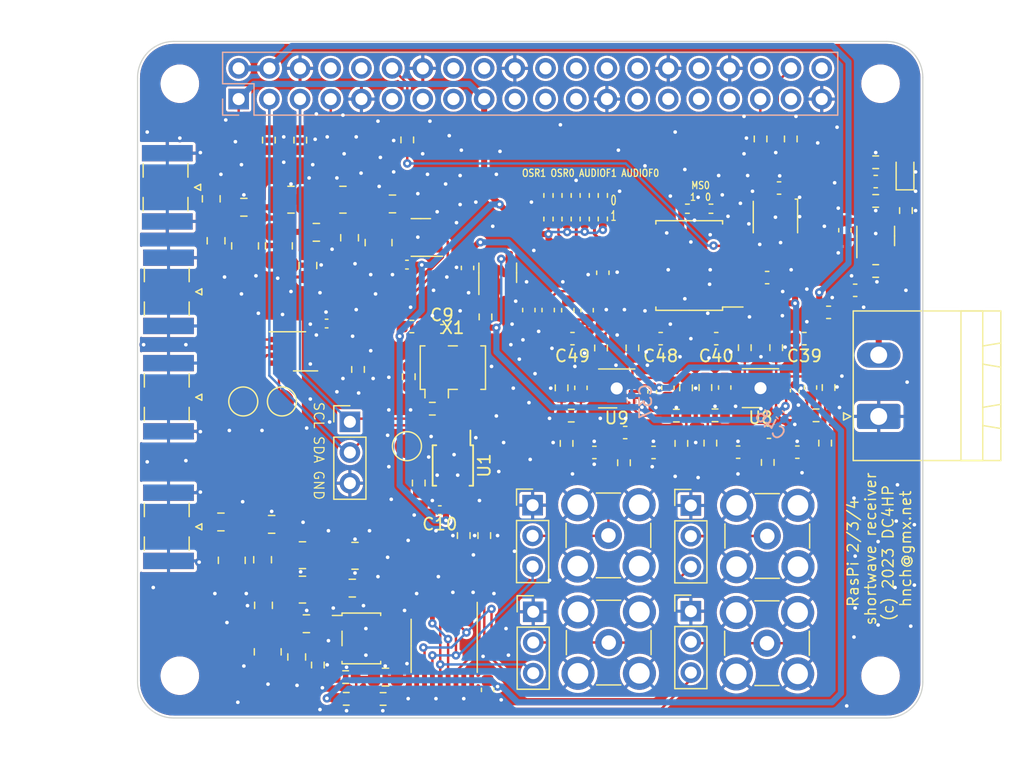
<source format=kicad_pcb>
(kicad_pcb (version 20211014) (generator pcbnew)
  (title_block (rev "1"))
  (layers (0 "F.Cu" signal "Front") (31 "B.Cu" signal "Back") (34 "B.Paste" user) (35 "F.Paste" user) (36 "B.SilkS" user "B.Silkscreen") (37 "F.SilkS" user "F.Silkscreen") (38 "B.Mask" user) (39 "F.Mask" user) (44 "Edge.Cuts" user))
  (net 0 "")
  (net 1 "Net-(C1-Pad2)")
  (net 2 "Vhalf")
  (net 3 "Net-(C3-Pad1)")
  (net 4 "+3V3")
  (net 5 "Net-(C6-Pad1)")
  (net 6 "Net-(C1-Pad1)")
  (net 7 "GND")
  (net 8 "Net-(C5-Pad2)")
  (net 9 "Net-(C6-Pad2)")
  (net 10 "/diffamp/IN-")
  (net 11 "VIN")
  (net 12 "/diffamp/IN+")
  (net 13 "Net-(C8-Pad1)")
  (net 14 "/diffamp1/IN-")
  (net 15 "Net-(C13-Pad2)")
  (net 16 "/diffamp1/IN+")
  (net 17 "Net-(D1-Pad2)")
  (net 18 "Net-(C9-Pad1)")
  (net 19 "/SCL")
  (net 20 "/SDA")
  (net 21 "Net-(C24-Pad1)")
  (net 22 "Net-(C24-Pad2)")
  (net 23 "Net-(C27-Pad1)")
  (net 24 "Net-(C27-Pad2)")
  (net 25 "Net-(C29-Pad1)")
  (net 27 "VOCM")
  (net 28 "Net-(TR1-Pad3)")
  (net 29 "Net-(TR1-Pad5)")
  (net 30 "VMID")
  (net 31 "CLK1")
  (net 32 "CLK0")
  (net 33 "+5V")
  (net 34 "Net-(C29-Pad2)")
  (net 35 "Net-(R4-Pad1)")
  (net 36 "Net-(C32-Pad2)")
  (net 37 "TX")
  (net 40 "Net-(R9-Pad1)")
  (net 41 "Net-(R10-Pad1)")
  (net 42 "CLK2")
  (net 44 "/BCLK")
  (net 48 "MCLK")
  (net 52 "Net-(C36-Pad1)")
  (net 53 "/diffamp/OUT+")
  (net 54 "/diffamp/OUT-")
  (net 55 "/diffamp1/OUT+")
  (net 56 "/diffamp1/OUT-")
  (net 61 "/ID_SDA")
  (net 62 "Net-(C35-Pad1)")
  (net 63 "Net-(C35-Pad2)")
  (net 64 "Net-(C36-Pad2)")
  (net 65 "Net-(C41-Pad2)")
  (net 66 "/ID_SCL")
  (net 71 "/LRCLK")
  (net 74 "/DIN")
  (net 75 "Net-(J9-Pad1)")
  (net 76 "Net-(J10-Pad1)")
  (net 77 "Net-(C45-Pad1)")
  (net 78 "Net-(R11-Pad1)")
  (net 79 "Net-(R12-Pad1)")
  (net 80 "Net-(TP2-Pad1)")
  (net 81 "Net-(TP3-Pad1)")
  (net 82 "Net-(C45-Pad2)")
  (net 83 "Net-(JP2-Pad3)")
  (net 84 "Net-(JP3-Pad3)")
  (net 85 "Net-(R3-Pad2)")
  (net 86 "Net-(R5-Pad2)")
  (net 87 "Net-(C43-Pad1)")
  (net 88 "Net-(C43-Pad2)")
  (net 89 "Net-(C44-Pad1)")
  (net 90 "Net-(C44-Pad2)")
  (net 91 "Net-(JP4-Pad3)")
  (net 92 "Net-(C31-Pad2)")
  (net 93 "Net-(C34-Pad1)")
  (net 94 "Net-(C34-Pad2)")
  (net 95 "Net-(R16-Pad2)")
  (net 96 "Net-(R19-Pad2)")
  (net 97 "Net-(U1-Pad2)")
  (net 98 "Net-(R20-Pad1)")
  (net 99 "Net-(R25-Pad1)")
  (net 100 "Net-(R30-Pad1)")
  (net 102 "VAA")
  (net 103 "/OSR1")
  (net 104 "/OSR0")
  (net 105 "/AUDIOF1")
  (net 106 "/AUDIOF0")
  (net 107 "/MS0")
  (net 109 "Net-(C16-Pad2)")
  (net 110 "Net-(JP1-Pad3)")
  (footprint "Package_SO:MSOP-10_3x3mm_P0.5mm" (layer "F.Cu") (at 227 123.325 -90)
    (fp_text reference "U1")
    (fp_text value "Si5351A-B-GT")
  )
  (footprint "Resistor_SMD:R_0603_1608Metric" (layer "F.Cu") (at 236.413113 121.4975 -90)
    (fp_text reference "R41" hide)
    (fp_text value "1k")
  )
  (footprint "Connector_Coaxial:SMB_Jack_Vertical" (layer "F.Cu") (at 239.9 137.985001)
    (fp_text reference "J4" hide)
    (fp_text value "Conn_Coaxial")
  )
  (footprint "hnch:L_1008_0805_0603_HandSolder_Combo" (layer "F.Cu") (at 209.8 105.15 90)
    (fp_text reference "L10" hide)
    (fp_text value "L")
  )
  (footprint "Capacitor_SMD:C_0805_2012Metric" (layer "F.Cu") (at 215 106.775 90)
    (fp_text reference "C28" hide)
    (fp_text value "C")
  )
  (footprint "Resistor_SMD:R_0603_1608Metric" (layer "F.Cu") (at 251.163113 113.572498 -90)
    (fp_text reference "R39" hide)
    (fp_text value "27")
  )
  (footprint "Connector_PinHeader_2.54mm:PinHeader_1x03_P2.54mm_Vertical" (layer "F.Cu") (at 246.7 135.385)
    (fp_text reference "JP3" hide)
    (fp_text value "Jumper_3_Open")
  )
  (footprint "hnch:L_1008_0805_0603_HandSolder_Combo" (layer "F.Cu") (at 213.6 101.325 180)
    (fp_text reference "L9" hide)
    (fp_text value "L")
  )
  (footprint "Inductor_SMD:L_0603_1608Metric" (layer "F.Cu") (at 223.6 111.825)
    (fp_text reference "FB1" hide)
    (fp_text value "FerriteBead")
  )
  (footprint "Resistor_SMD:R_0603_1608Metric" (layer "F.Cu") (at 247.9 116.8725 -90)
    (fp_text reference "R35" hide)
    (fp_text value "1k")
  )
  (footprint "Resistor_SMD:R_0603_1608Metric" (layer "F.Cu") (at 258.1 116.8725 90)
    (fp_text reference "R34" hide)
    (fp_text value "1k")
  )
  (footprint "Package_SO:TSSOP-16_4.4x5mm_P0.65mm" (layer "F.Cu") (at 226.279999 138.255 -90)
    (fp_text reference "U2" hide)
    (fp_text value "SN74CBT3253")
  )
  (footprint "Resistor_SMD:R_0603_1608Metric" (layer "F.Cu") (at 223.225 96.375 90)
    (fp_text reference "R20" hide)
    (fp_text value "33")
  )
  (footprint "Connector_Coaxial:SMB_Jack_Vertical" (layer "F.Cu") (at 253.025 129.160001 90)
    (fp_text reference "J7" hide)
    (fp_text value "Conn_Coaxial")
  )
  (footprint "Resistor_SMD:R_0603_1608Metric" (layer "F.Cu") (at 254.97 96.295 90)
    (fp_text reference "R30" hide)
    (fp_text value "33")
  )
  (footprint "TestPoint:TestPoint_Pad_D2.0mm" (layer "F.Cu") (at 223.2 121.725 -90)
    (fp_text reference "TP1" hide)
    (fp_text value "TestPoint")
  )
  (footprint "Capacitor_SMD:C_0603_1608Metric" (layer "F.Cu") (at 253.163113 120.572499)
    (fp_text reference "C34" hide)
    (fp_text value "np")
  )
  (footprint "Capacitor_SMD:C_0603_1608Metric" (layer "F.Cu") (at 238.113114 110.472499 90)
    (fp_text reference "C16" hide)
    (fp_text value "4.7u")
  )
  (footprint "Capacitor_SMD:C_0603_1608Metric" (layer "F.Cu") (at 234.888112 110.460001 -90)
    (fp_text reference "C19" hide)
    (fp_text value "100n")
  )
  (footprint "Capacitor_SMD:C_0402_1005Metric" (layer "F.Cu") (at 223.2 106.7 180)
    (fp_text reference "C23" hide)
    (fp_text value "100n")
  )
  (footprint "Capacitor_SMD:C_0603_1608Metric" (layer "F.Cu") (at 250.613114 122.2225 180)
    (fp_text reference "C33" hide)
    (fp_text value "np")
  )
  (footprint "Resistor_SMD:R_0402_1005Metric" (layer "F.Cu") (at 237.913114 100.9725 90)
    (fp_text reference "R24" hide)
    (fp_text value "R")
  )
  (footprint "Package_SO:SSOP-20_5.3x7.2mm_P0.65mm" (layer "F.Cu") (at 246.563113 106.7725 180)
    (fp_text reference "U5" hide)
    (fp_text value "WM8786")
  )
  (footprint "Resistor_SMD:R_0603_1608Metric" (layer "F.Cu") (at 214.37 96.395 -90)
    (fp_text reference "R8" hide)
    (fp_text value "4.7k")
  )
  (footprint "Resistor_SMD:R_0603_1608Metric" (layer "F.Cu") (at 224.175 124.774999 90)
    (fp_text reference "R11" hide)
    (fp_text value "22")
  )
  (footprint "Capacitor_SMD:C_0603_1608Metric" (layer "F.Cu") (at 260.3 108.824999 180)
    (fp_text reference "C11" hide)
    (fp_text value "2.2u")
  )
  (footprint "Capacitor_SMD:C_0603_1608Metric" (layer "F.Cu") (at 259.45 103.85 -90)
    (fp_text reference "C14" hide)
    (fp_text value "2.2u")
  )
  (footprint "hnch:L_1008_0805_0603_HandSolder_Combo" (layer "F.Cu") (at 208.7 131.175 90)
    (fp_text reference "L1" hide)
    (fp_text value "np")
  )
  (footprint "Resistor_SMD:R_0402_1005Metric" (layer "F.Cu") (at 239.413113 100.972499 90)
    (fp_text reference "R27" hide)
    (fp_text value "R")
  )
  (footprint "hnch:LFCSP-8-1EP_3x3mm_P0.5mm_EP1.6x2.34mm_BigVia" (layer "F.Cu") (at 240.563113 116.9475 180)
    (fp_text reference "U9")
    (fp_text value "AD8137EP")
  )
  (footprint "Capacitor_SMD:C_0805_2012Metric" (layer "F.Cu") (at 222 101.675 180)
    (fp_text reference "C24" hide)
    (fp_text value "C")
  )
  (footprint "Package_TO_SOT_SMD:SOT-23-5" (layer "F.Cu") (at 230.713112 107.372499 90)
    (fp_text reference "U4" hide)
    (fp_text value "MCP601-xOT")
  )
  (footprint "Resistor_SMD:R_0603_1608Metric" (layer "F.Cu") (at 236.8 119.197501 180)
    (fp_text reference "R45" hide)
    (fp_text value "0")
  )
  (footprint "Capacitor_SMD:C_0603_1608Metric" (layer "F.Cu") (at 256.1 112.825 180)
    (fp_text reference "C39")
    (fp_text value "2.2n")
  )
  (footprint "Capacitor_SMD:C_0805_2012Metric" (layer "F.Cu") (at 211.25 131.125 90)
    (fp_text reference "C2" hide)
    (fp_text value "np")
  )
  (footprint "Resistor_SMD:R_0402_1005Metric" (layer "F.Cu") (at 246.413113 102.072499)
    (fp_text reference "R28" hide)
    (fp_text value "R")
  )
  (footprint "Oscillator:Oscillator_SMD_EuroQuartz_XO32-4Pin_3.2x2.5mm" (layer "F.Cu") (at 253.7 102.760001 -90)
    (fp_text reference "X2" hide)
    (fp_text value "XO32")
  )
  (footprint "Resistor_SMD:R_0603_1608Metric" (layer "F.Cu") (at 245.913113 121.4975 -90)
    (fp_text reference "R42" hide)
    (fp_text value "1k")
  )
  (footprint "Package_SO:VSSOP-8_3.0x3.0mm_P0.65mm" (layer "F.Cu") (at 214.8075 113.875)
    (fp_text reference "U7" hide)
    (fp_text value "SN65EPT22")
  )
  (footprint "Resistor_SMD:R_0603_1608Metric" (layer "F.Cu") (at 227.9 129.124999 -90)
    (fp_text reference "R12" hide)
    (fp_text value "22")
  )
  (footprint "Resistor_SMD:R_0603_1608Metric" (layer "F.Cu") (at 262 107.225 180)
    (fp_text reference "R9" hide)
    (fp_text value "0")
  )
  (footprint "Connector_Coaxial:SMB_Jack_Vertical" (layer "F.Cu") (at 239.875 129.110001)
    (fp_text reference "J5" hide)
    (fp_text value "Conn_Coaxial")
  )
  (footprint "Resistor_SMD:R_0603_1608Metric" (layer "F.Cu") (at 253.763113 113.572499 -90)
    (fp_text reference "R38" hide)
    (fp_text value "27")
  )
  (footprint "Capacitor_SMD:C_0805_2012Metric" (layer "F.Cu") (at 209.7 101.95 180)
    (fp_text reference "C29" hide)
    (fp_text value "C")
  )
  (footprint "Capacitor_SMD:C_0402_1005Metric" (layer "F.Cu") (at 226.1 112.025)
    (fp_text reference "C9")
    (fp_text value "100n")
  )
  (footprint "Capacitor_SMD:C_0805_2012Metric" (layer "F.Cu") (at 218.675 133.475 180)
    (fp_text reference "C5" hide)
    (fp_text value "np")
  )
  (footprint "Resistor_SMD:R_0603_1608Metric" (layer "F.Cu") (at 245.5 119.197499 180)
    (fp_text reference "R46" hide)
    (fp_text value "0")
  )
  (footprint "Resistor_SMD:R_0603_1608Metric" (layer "F.Cu") (at 246.3 116.8975 90)
    (fp_text reference "R43" hide)
    (fp_text value "1k")
  )
  (footprint "Inductor_SMD:L_0603_1608Metric" (layer "F.Cu") (at 258.1 110.65 180)
    (fp_text reference "FB2" hide)
    (fp_text value "FerriteBead")
  )
  (footprint "Capacitor_SMD:C_0603_1608Metric" (layer "F.Cu") (at 244.2 112.825 180)
    (fp_text reference "C48")
    (fp_text value "2.2n")
  )
  (footprint "Resistor_SMD:R_0603_1608Metric" (layer "F.Cu") (at 262 101.425)
    (fp_text reference "R13" hide)
    (fp_text value "np")
  )
  (footprint "Capacitor_SMD:C_0603_1608Metric" (layer "F.Cu") (at 237.6 116.897499 -90)
    (fp_text reference "C45" hide)
    (fp_text value "10p")
  )
  (footprint "Connector_PinHeader_2.54mm:PinHeader_1x03_P2.54mm_Vertical" (layer "F.Cu") (at 233.65 135.435)
    (fp_text reference "JP1" hide)
    (fp_text value "Jumper_3_Open")
  )
  (footprint "Capacitor_SMD:C_0603_1608Metric" (layer "F.Cu") (at 236.513113 110.472499 -90)
    (fp_text reference "C17" hide)
    (fp_text value "100n")
  )
  (footprint "LED_SMD:LED_0603_1608Metric" (layer "F.Cu") (at 264.425 99.025 90)
    (fp_text reference "D1" hide)
    (fp_text value "LED")
  )
  (footprint "Capacitor_SMD:C_0805_2012Metric" (layer "F.Cu") (at 207.4 104.725 90)
    (fp_text reference "C30" hide)
    (fp_text value "C")
  )
  (footprint "Resistor_SMD:R_0603_1608Metric" (layer "F.Cu") (at 257.063113 119.172499 180)
    (fp_text reference "R37" hide)
    (fp_text value "0")
  )
  (footprint "Resistor_SMD:R_0603_1608Metric" (layer "F.Cu") (at 252.47 96.295 90)
    (fp_text reference "R25" hide)
    (fp_text value "33")
  )
  (footprint "Capacitor_SMD:C_0805_2012Metric" (layer "F.Cu") (at 214.875 136.425 180)
    (fp_text reference "C8" hide)
    (fp_text value "100n")
  )
  (footprint "Connector_PinHeader_2.54mm:PinHeader_1x03_P2.54mm_Vertical" (layer "F.Cu") (at 246.7 126.635)
    (fp_text reference "JP4" hide)
    (fp_text value "Jumper_3_Open")
  )
  (footprint "Package_TO_SOT_SMD:SOT-23-5" (layer "F.Cu") (at 262 104.324999 90)
    (fp_text reference "U3" hide)
    (fp_text value "LP5907")
  )
  (footprint "Capacitor_SMD:C_0805_2012Metric" (layer "F.Cu") (at 207 101.25 90)
    (fp_text reference "C31" hide)
    (fp_text value "C")
  )
  (footprint "Capacitor_SMD:C_0603_1608Metric" (layer "F.Cu") (at 249.5 116.872499 -90)
    (fp_text reference "C36" hide)
    (fp_text value "10p")
  )
  (footprint "Capacitor_SMD:C_0603_1608Metric" (layer "F.Cu") (at 233.288112 110.460001 -90)
    (fp_text reference "C18" hide)
    (fp_text value "4.7u")
  )
  (footprint "Connector_PinHeader_2.54mm:PinHeader_1x03_P2.54mm_Vertical" (layer "F.Cu") (at 233.6 126.61)
    (fp_text reference "JP2" hide)
    (fp_text value "Jumper_3_Open")
  )
  (footprint "Resistor_SMD:R_0603_1608Metric" (layer "F.Cu") (at 253.063113 123.072499 90)
    (fp_text reference "R31" hide)
    (fp_text value "0")
  )
  (footprint "Connector_Coaxial:SMA_Samtec_SMA-J-P-X-ST-EM1_EdgeMount" (layer "F.Cu") (at 203.4625 117.675 -90)
    (fp_text reference "J10" hide)
    (fp_text value "Conn_Coaxial")
  )
  (footprint "Capacitor_SMD:C_0603_1608Metric" (layer "F.Cu") (at 236.9 112.825 180)
    (fp_text reference "C49")
    (fp_text value "2.2n")
  )
  (footprint "TestPoint:TestPoint_Pad_D2.0mm" (layer "F.Cu") (at 209.65 118.025)
    (fp_text reference "TP2" hide)
    (fp_text value "TestPoint")
  )
  (footprint "Resistor_SMD:R_0402_1005Metric" (layer "F.Cu") (at 236.413113 102.9225 90)
    (fp_text reference "R21" hide)
    (fp_text value "R")
  )
  (footprint "Capacitor_SMD:C_0603_1608Metric" (layer "F.Cu") (at 254 100.360001 180)
    (fp_text reference "C22" hide)
    (fp_text value "100n")
  )
  (footprint "Capacitor_SMD:C_0603_1608Metric" (layer "F.Cu") (at 253.013113 107.772501)
    (fp_text reference "C20" hide)
    (fp_text value "4.7u")
  )
  (footprint "Capacitor_SMD:C_0805_2012Metric" (layer "F.Cu") (at 214.075 139.175 90)
    (fp_text reference "C7" hide)
    (fp_text value "np")
  )
  (footprint "Capacitor_SMD:C_0402_1005Metric" (layer "F.Cu") (at 225.92 127.025 180)
    (fp_text reference "C10")
    (fp_text value "100n")
  )
  (footprint "hnch:L_1008_0805_0603_HandSolder_Combo" (layer "F.Cu") (at 217.9 101.325 180)
    (fp_text reference "L7" hide)
    (fp_text value "L")
  )
  (footprint "MountingHole:MountingHole_2.7mm_M2.5" (layer "F.Cu") (at 262.4 91.725)
    (fp_text reference "MH2" hide)
    (fp_text value "MountingHole_2.7mm_M2.5" hide)
  )
  (footprint "Capacitor_SMD:C_0805_2012Metric" (layer "F.Cu") (at 218.45 104.475 90)
    (fp_text reference "C25" hide)
    (fp_text value "C")
  )
  (footprint "Capacitor_SMD:C_0402_1005Metric" (layer "F.Cu") (at 255.3 117.125 -90)
    (fp_text reference "C38" hide)
    (fp_text value "100n")
  )
  (footprint "MountingHole:MountingHole_2.7mm_M2.5" (layer "F.Cu") (at 262.4 140.725)
    (fp_text reference "MH4" hide)
    (fp_text value "MountingHole_2.7mm_M2.5" hide)
  )
  (footprint "Capacitor_SMD:C_0805_2012Metric" (layer "F.Cu") (at 212 128.2 180)
    (fp_text reference "C3" hide)
    (fp_text value "0")
  )
  (footprint "Capacitor_SMD:C_0603_1608Metric" (layer "F.Cu") (at 243.613112 122.2475 180)
    (fp_text reference "C41" hide)
    (fp_text value "np")
  )
  (footprint "Capacitor_SMD:C_0603_1608Metric" (layer "F.Cu") (at 228.213113 106.9725 -90)
    (fp_text reference "C15" hide)
    (fp_text value "100n")
  )
  (footprint "Connector_Coaxial:SMA_Samtec_SMA-J-P-X-ST-EM1_EdgeMount" (layer "F.Cu") (at 203.4625 108.95 -90)
    (fp_text reference "J9" hide)
    (fp_text value "Conn_Coaxial")
  )
  (footprint "Resistor_SMD:R_0603_1608Metric" (layer "F.Cu") (at 215.824999 139.84 -90)
    (fp_text reference "R4" hide)
    (fp_text value "np")
  )
  (footprint "Resistor_SMD:R_0603_1608Metric" (layer "F.Cu") (at 248.313114 121.472499 -90)
    (fp_text reference "R32" hide)
    (fp_text value "1k")
  )
  (footprint "MountingHole:MountingHole_2.7mm_M2.5" (layer "F.Cu") (at 204.4 140.725)
    (fp_text reference "MH3" hide)
    (fp_text value "MountingHole_2.7mm_M2.5" hide)
  )
  (footprint "Resistor_SMD:R_0603_1608Metric" (layer "F.Cu") (at 229.6 129.125 -90)
    (fp_text reference "R10" hide)
    (fp_text value "22")
  )
  (footprint "Resistor_SMD:R_0603_1608Metric" (layer "F.Cu") (at 257.813112 121.472499 -90)
    (fp_text reference "R33" hide)
    (fp_text value "1k")
  )
  (footprint "Capacitor_SMD:C_0805_2012Metric" (layer "F.Cu") (at 221.425 140.839999)
    (fp_text reference "C4" hide)
    (fp_text value "2.2u")
  )
  (footprint "hnch:L_1008_0805_0603_HandSolder_Combo" (layer "F.Cu") (at 214.55 130.75 180)
    (fp_text reference "L2" hide)
    (fp_text value "0")
  )
  (footprint "Resistor_SMD:R_0603_1608Metric" (layer "F.Cu") (at 229.7 111.025 90)
    (fp_text reference "R16" hide)
    (fp_text value "10")
  )
  (footprint "Capacitor_SMD:C_0603_1608Metric" (layer "F.Cu") (at 248.8 112.825 180)
    (fp_text reference "C40")
    (fp_text value "2.2n")
  )
  (footprint "Resistor_SMD:R_0603_1608Metric" (layer "F.Cu") (at 218.175 142.64)
    (fp_text reference "R1" hide)
    (fp_text value "10k")
  )
  (footprint "TestPoint:TestPoint_Pad_D2.0mm" (layer "F.Cu") (at 212.85 118.025)
    (fp_text reference "TP3" hide)
    (fp_text value "TestPoint")
  )
  (footprint "hnch:L_1008_0805_0603_HandSolder_Combo" (layer "F.Cu") (at 211.675 138.75 90)
    (fp_text reference "L5" hide)
    (fp_text value "np")
  )
  (footprint "Capacitor_SMD:C_0805_2012Metric" (layer "F.Cu") (at 211.325 134.9 -90)
    (fp_text reference "C6" hide)
    (fp_text value "0")
  )
  (footprint "Resistor_SMD:R_0603_1608Metric" (layer "F.Cu") (at 225.3 118.625)
    (fp_text reference "R5" hide)
    (fp_text value "np")
  )
  (footprint "Capacitor_SMD:C_0603_1608Metric" (layer "F.Cu") (at 244.8 116.897499 90)
    (fp_text reference "C44" hide)
    (fp_text value "10p")
  )
  (footprint "Capacitor_SMD:C_0402_1005Metric" (layer "F.Cu") (at 243.5 117.225 -90)
    (fp_text reference "C47" hide)
    (fp_text value "100n")
  )
  (footprint "MountingHole:MountingHole_2.7mm_M2.5" (layer "F.Cu") (at 204.4 91.725)
    (fp_text reference "MH1" hide)
    (fp_text value "MountingHole_2.7mm_M2.5" hide)
  )
  (footprint "Connector_Coaxial:SMA_Samtec_SMA-J-P-X-ST-EM1_EdgeMount" (layer "F.Cu") (at 203.4625 128.4 -90)
    (fp_text reference "J1" hide)
    (fp_text value "Conn_Coaxial")
  )
  (footprint "Capacitor_SMD:C_0603_1608Metric" (layer "F.Cu") (at 238.713113 122.2475 180)
    (fp_text reference "C42" hide)
    (fp_text value "np")
  )
  (footprint "Resistor_SMD:R_0603_1608Metric" (layer "F.Cu") (at 239.263113 113.597499 -90)
    (fp_text reference "R48" hide)
    (fp_text value "27")
  )
  (footprint "Resistor_SMD:R_0603_1608Metric" (layer "F.Cu") (at 236 116.897499 -90)
    (fp_text reference "R44" hide)
    (fp_text value "1k")
  )
  (footprint "Connector_Coaxial:SMA_Samtec_SMA-J-P-X-ST-EM1_EdgeMount" (layer "F.Cu") (at 203.3625 100.3 -90)
    (fp_text reference "J11" hide)
    (fp_text value "Conn_Coaxial")
  )
  (footprint "Resistor_SMD:R_0402_1005Metric" (layer "F.Cu") (at 239.413113 102.922499 90)
    (fp_text reference "R26" hide)
    (fp_text value "R")
  )
  (footprint "hnch:L_1008_0805_0603_HandSolder_Combo" (layer "F.Cu") (at 214.55 133.6 180)
    (fp_text reference "L4" hide)
    (fp_text value "0")
  )
  (footprint "Capacitor_SMD:C_0603_1608Metric" (layer "F.Cu") (at 239.413112 107.372499 -90)
    (fp_text reference "C21" hide)
    (fp_text value "4.7u")
  )
  (footprint "Resistor_SMD:R_0402_1005Metric" (layer "F.Cu") (at 248.363113 102.072498)
    (fp_text reference "R29" hide)
    (fp_text value "R")
  )
  (footprint "Resistor_SMD:R_0603_1608Metric" (layer "F.Cu") (at 218.125 140.84)
    (fp_text reference "R6" hide)
    (fp_text value "0")
  )
  (footprint "Resistor_SMD:R_0603_1608Metric" (layer "F.Cu") (at 219.15 115.375 90)
    (fp_text reference "R19" hide)
    (fp_text value "10k")
  )
  (footprint "Resistor_SMD:R_0603_1608Metric" (layer "F.Cu") (at 262 98.225)
    (fp_text reference "R15" hide)
    (fp_text value "1k")
  )
  (footprint "Connector_PinHeader_2.54mm:PinHeader_1x03_P2.54mm_Vertical" (layer "F.Cu") (at 218.475 119.71)
    (fp_text reference "J2" hide)
    (fp_text value "Conn_01x03")
  )
  (footprint "Package_TO_SOT_SMD:SOT-23-5" (layer "F.Cu") (at 224.35 104.45 180)
    (fp_text reference "U6" hide)
    (fp_text value "74LVC1G04")
  )
  (footprint "Resistor_SMD:R_0603_1608Metric" (layer "F.Cu") (at 221.225 142.65)
    (fp_text reference "R2" hide)
    (fp_text value "10k")
  )
  (footprint "Capacitor_SMD:C_0402_1005Metric" (layer "F.Cu") (at 216.55 111.575 180)
    (fp_text reference "C26" hide)
    (fp_text value "100n")
  )
  (footprint "hnch:L_1008_0805_0603_HandSolder_Combo" (layer "F.Cu") (at 220.85 104.875 90)
    (fp_text reference "L6" hide)
    (fp_text value "L")
  )
  (footprint "Capacitor_SMD:C_0603_1608Metric" (layer "F.Cu") (at 229.875 141.9 -90)
    (fp_text reference "C12" hide)
    (fp_text value "100n")
  )
  (footprint "Resistor_SMD:R_0603_1608Metric" (layer "F.Cu") (at 241.863113 113.5975 -90)
    (fp_text reference "R47" hide)
    (fp_text value "27")
  )
  (footprint "Resistor_SMD:R_0402_1005Metric" (layer "F.Cu") (at 236.413115 100.972499 90)
    (fp_text reference "R22" hide)
    (fp_text value "R")
  )
  (footprint "Resistor_SMD:R_0402_1005Metric" (layer "F.Cu") (at 237.913112 102.922499 90)
    (fp_text reference "R23" hide)
    (fp_text value "R")
  )
  (footprint "Resistor_SMD:R_0402_1005Metric" (layer "F.Cu") (at 234.913113 102.9225 90)
    (fp_text reference "R17" hide)
    (fp_text value "R")
  )
  (footprint "Resistor_SMD:R_0603_1608Metric" (layer "F.Cu") (at 211.77 96.395 -90)
    (fp_text reference "R7" hide)
    (fp_text value "4.7k")
  )
  (footprint "Resistor_SMD:R_0603_1608Metric" (layer "F.Cu") (at 241.163114 123.097499 90)
    (fp_text reference "R40" hide)
    (fp_text value "0")
  )
  (footprint "hnch:LFCSP-8-1EP_3x3mm_P0.5mm_EP1.6x2.34mm_BigVia" (layer "F.Cu") (at 252.463113 116.9225 180)
    (fp_text reference "U8")
    (fp_text value "AD8137EP")
  )
  (footprint "Capacitor_SMD:C_0603_1608Metric" (layer "F.Cu") (at 262 99.825)
    (fp_text reference "C13" hide)
    (fp_text value "np")
  )
  (footprint "hnch:L_1008_0805_0603_HandSolder_Combo" (layer "F.Cu") (at 218.9 130.8 180)
    (fp_text reference "L3" hide)
    (fp_text value "np")
  )
  (footprint "Capacitor_SMD:C_0603_1608Metric" (layer "F.Cu") (at 241.263113 120.597499)
    (fp_text reference "C43" hide)
    (fp_text value "np")
  )
  (footprint "Connector_Coaxial:SMB_Jack_Vertical" (layer "F.Cu") (at 253 138.035001 90)
    (fp_text reference "J6" hide)
    (fp_text value "Conn_Coaxial")
  )
  (footprint "Resistor_SMD:R_0603_1608Metric" (layer "F.Cu") (at 223.349999 115.974999 -90)
    (fp_text reference "R3" hide)
    (fp_text value "4.7k")
  )
  (footprint "Connector_Phoenix_MSTB:PhoenixContact_MSTBA_2,5_2-G-5,08_1x02_P5.08mm_Horizontal" (layer "F.Cu") (at 262.2475 119.265 90)
    (fp_text reference "J3" hide)
    (fp_text value "Conn_01x02_Male")
  )
  (footprint "Capacitor_SMD:C_0603_1608Metric" (layer "F.Cu") (at 255.513112 122.2225 180)
    (fp_text reference "C32" hide)
    (fp_text value "np")
  )
  (footprint "Resistor_SMD:R_0402_1005Metric" (layer "F.Cu") (at 234.913113 100.9725 90)
    (fp_text reference "R18" hide)
    (fp_text value "R")
  )
  (footprint "Resistor_SMD:R_0603_1608Metric" (layer "F.Cu") (at 248.7 119.1725 180)
    (fp_text reference "R36" hide)
    (fp_text value "0")
  )
  (footprint "Oscillator:Oscillator_SMD_EuroQuartz_XO53-4Pin_5.0x3.2mm_HandSoldering" (layer "F.Cu") (at 227 115.225)
    (fp_text reference "X1")
    (fp_text value "XO53")
  )
  (footprint "Transformer_SMD:Transformer_MACOM_SM-22" (layer "F.Cu") (at 219.425 137.64)
    (fp_text reference "TR1" hide)
    (fp_text value "ETC4-1-2")
  )
  (footprint "Capacitor_SMD:C_0805_2012Metric" (layer "F.Cu") (at 215.7 104.025 180)
    (fp_text reference "C27" hide)
    (fp_text value "C")
  )
  (footprint "Capacitor_SMD:C_0805_2012Metric" (layer "F.Cu") (at 207.8 128 180)
    (fp_text reference "C1" hide)
    (fp_text value "100n")
  )
  (footprint "Capacitor_SMD:C_0603_1608Metric" (layer "F.Cu") (at 256.6 116.872499 90)
    (fp_text reference "C35" hide)
    (fp_text value "10p")
  )
  (footprint "hnch:L_1008_0805_0603_HandSolder_Combo" (layer "F.Cu") (at 212.6 105.15 90)
    (fp_text reference "L8" hide)
    (fp_text value "L")
  )
  (footprint "Resistor_SMD:R_0603_1608Metric" (layer "F.Cu") (at 264.5 102.225 90)
    (fp_text reference "R14" hide)
    (fp_text value "np")
  )
  (footprint "Connector_PinSocket_2.54mm:PinSocket_2x20_P2.54mm_Vertical" (layer "B.Cu") (at 209.27 92.995 -90)
    (fp_text reference "J8" hide)
    (fp_text value "GPIO")
  )
  (footprint "Capacitor_SMD:C_0402_1005Metric" (layer "B.Cu") (at 241.8 118.025 90)
    (fp_text reference "C37")
    (fp_text value "100n")
  )
  (footprint "Capacitor_SMD:C_0402_1005Metric" (layer "B.Cu") (at 254.1 119.125 -45)
    (fp_text reference "C46")
    (fp_text value "100n")
  )
  (gr_arc (start 262.9 88.225) (mid 265.02132 89.10368) (end 265.9 91.225) (layer "Edge.Cuts") (width 0.1))
  (gr_line (start 200.9 107.225) (end 200.9 141.225) (layer "Edge.Cuts") (width 0.1))
  (gr_line (start 265.9 141.225) (end 265.9 91.225) (layer "Edge.Cuts") (width 0.1))
  (gr_arc (start 203.9 144.225) (mid 201.77868 143.34632) (end 200.9 141.225) (layer "Edge.Cuts") (width 0.1))
  (gr_line (start 200.9 91.225) (end 200.9 107.225) (layer "Edge.Cuts") (width 0.1))
  (gr_arc (start 200.9 91.225) (mid 201.77868 89.10368) (end 203.9 88.225) (layer "Edge.Cuts") (width 0.1))
  (gr_line (start 262.9 88.225) (end 203.9 88.225) (layer "Edge.Cuts") (width 0.1))
  (gr_line (start 203.9 144.225) (end 262.9 144.225) (layer "Edge.Cuts") (width 0.1))
  (gr_arc (start 265.9 141.225) (mid 265.02132 143.34632) (end 262.9 144.225) (layer "Edge.Cuts") (width 0.1))
  (gr_text "SCL SDA GND" (at 215.9 122.125 270) (layer "F.SilkS") (effects (font (size 0.8 0.8) (thickness 0.1))))
  (gr_text "MS0\n1  0" (at 247.5 100.625) (layer "F.SilkS") (effects (font (size 0.6 0.5) (thickness 0.1))))
  (gr_text "OSR1 OSR0 AUDIOF1 AUDIOF0" (at 238.4 99.125) (layer "F.SilkS") (effects (font (size 0.6 0.5) (thickness 0.1))))
  (gr_text "0\n1" (at 240.3 102.025) (layer "F.SilkS") (effects (font (size 0.8 0.5) (thickness 0.1))))
  (gr_text "RasPi 2/3/4 \nshortwave receiver\n(c) 2023 DC4HP \nhnch@gmx.net" (at 262.3 130.225 90) (layer "F.SilkS") (effects (font (size 0.9 0.9) (thickness 0.12))))
  (segment (start 206.025 128.4) (end 206.425 128) (width 0.5) (layer "F.Cu") (net 1))
  (segment (start 202.8 128.4) (end 206.025 128.4) (width 0.5) (layer "F.Cu") (net 1))
  (segment (start 218.999999 140.89) (end 218.95 140.84) (width 0.2) (layer "F.Cu") (net 2))
  (segment (start 221.14 137.64) (end 219.935 137.64) (width 0.2) (layer "F.Cu") (net 2))
  (segment (start 218.95 138.625) (end 218.95 140.84) (width 0.2) (layer "F.Cu") (net 2))
  (segment (start 219.009999 142.65) (end 218.999999 142.64) (width 0.2) (layer "F.Cu") (net 2))
  (segment (start 218.95 140.84) (end 220.475 140.84) (width 0.2) (layer "F.Cu") (net 2))
  (segment (start 219.935 137.64) (end 218.95 138.625) (width 0.2) (layer "F.Cu") (net 2))
  (segment (start 220.4 142.65) (end 219.009999 142.65) (width 0.2) (layer "F.Cu") (net 2))
  (segment (start 218.999999 142.64) (end 218.999999 140.89) (width 0.2) (layer "F.Cu") (net 2))
  (segment (start 213.3875 130.75) (end 213.3875 128.6375) (width 0.5) (layer "F.Cu") (net 3))
  (segment (start 213.3875 128.6375) (end 212.95 128.2) (width 0.5) (layer "F.Cu") (net 3))
  (segment (start 222.6 112.0375) (end 222.8125 111.825) (width 0.5) (layer "F.Cu") (net 4))
  (segment (start 228.05 122.5) (end 226.55 124) (width 0.2) (layer "F.Cu") (net 4))
  (segment (start 248.675 98.4) (end 254.425 98.4) (width 0.5) (layer "F.Cu") (net 4))
  (segment (start 245.903113 102.072499) (end 245.9 102.069386) (width 0.5) (layer "F.Cu") (net 4))
  (segment (start 236.413113 103.4325) (end 236.413113 103.953968) (width 0.2) (layer "F.Cu") (net 4))
  (segment (start 239.863113 106.4475) (end 243.063113 106.447501) (width 0.5) (layer "F.Cu") (net 4))
  (segment (start 222.6 112.625) (end 222.6 112.0375) (width 0.5) (layer "F.Cu") (net 4))
  (segment (start 229.59 92.995) (end 229.59 100.44) (width 0.5) (layer "F.Cu") (net 4))
  (segment (start 234.913113 103.432499) (end 234.913113 104.172499) (width 0.2) (layer "F.Cu") (net 4))
  (segment (start 224.4 106.7) (end 224.425 106.725) (width 0.5) (layer "F.Cu") (net 4))
  (segment (start 254.775 100.360001) (end 254.775 101.985001) (width 0.2) (layer "F.Cu") (net 4))
  (segment (start 244.138113 106.447499) (end 245.903113 104.682499) (width 0.5) (layer "F.Cu") (net 4))
  (segment (start 245.903113 104.682499) (end 245.903112 102.072499) (width 0.5) (layer "F.Cu") (net 4))
  (segment (start 211.77 97.22) (end 214.37 97.22) (width 0.2) (layer "F.Cu") (net 4))
  (segment (start 230.8625 101.7125) (end 233.322499 104.172499) (width 0.5) (layer "F.Cu") (net 4))
  (segment (start 245.9 102.069386) (end 245.9 101.175) (width 0.5) (layer "F.Cu") (net 4))
  (segment (start 236.938113 106.5975) (end 234.913113 104.572499) (width 0.5) (layer "F.Cu") (net 4))
  (segment (start 209.27 92.995) (end 209.27 95.42) (width 0.2) (layer "F.Cu") (net 4))
  (segment (start 234.913113 104.572499) (end 234.913113 104.172499) (width 0.5) (layer "F.Cu") (net 4))
  (segment (start 239.713113 106.5975) (end 239.863113 106.4475) (width 0.5) (layer "F.Cu") (net 4))
  (segment (start 217.0075 112.9) (end 217.0075 111.5975) (width 0.2) (layer "F.Cu") (net 4))
  (segment (start 217.03 111.575) (end 219.575 111.575) (width 0.5) (layer "F.Cu") (net 4))
  (segment (start 254.925 98.9) (end 254.925 100.360001) (width 0.5) (layer "F.Cu") (net 4))
  (segment (start 226.43 127.87) (end 226.425 127.875) (width 0.5) (layer "F.Cu") (net 4))
  (segment (start 236.413113 103.953968) (end 236.462129 104.002984) (width 0.2) (layer "F.Cu") (net 4))
  (segment (start 211.07 97.22) (end 211.77 97.22) (width 0.2) (layer "F.Cu") (net 4))
  (segment (start 239.413113 103.4325) (end 239.413113 103.822999) (width 0.2) (layer "F.Cu") (net 4))
  (segment (start 239.713113 106.5975) (end 236.938113 106.5975) (width 0.5) (layer "F.Cu") (net 4))
  (segment (start 209.27 95.42) (end 211.07 97.22) (width 0.2) (layer "F.Cu") (net 4))
  (segment (start 243.063113 106.447501) (end 244.138113 106.447499) (width 0.5) (layer "F.Cu") (net 4))
  (segment (start 223.68 106.7) (end 224.4 106.7) (width 0.5) (layer "F.Cu") (net 4))
  (segment (start 229.59 100.44) (end 230.8625 101.7125) (width 0.5) (layer "F.Cu") (net 4))
  (segment (start 254.799999 103.535001) (end 254.8 101.985001) (width 0.2) (layer "F.Cu") (net 4))
  (segment (start 245.9 101.175) (end 248.675 98.4) (width 0.5) (layer "F.Cu") (net 4))
  (segment (start 223.68 106.7) (end 223.68 105.8675) (width 0.5) (layer "F.Cu") (net 4))
  (segment (start 254.425 98.4) (end 254.925 98.9) (width 0.5) (layer "F.Cu") (net 4))
  (segment (start 228.05 121.074999) (end 228.05 122.5) (width 0.2) (layer "F.Cu") (net 4))
  (segment (start 219.575 111.575) (end 224.425 106.725) (width 0.5) (layer "F.Cu") (net 4))
  (segment (start 233.322499 104.172499) (end 234.913113 104.172499) (width 0.5) (layer "F.Cu") (net 4))
  (segment (start 237.913112 103.4325) (end 237.913113 103.9725) (width 0.2) (layer "F.Cu") (net 4))
  (segment (start 217.0075 111.5975) (end 217.03 111.575) (width 0.2) (layer "F.Cu") (net 4))
  (segment (start 226.43 127.175) (end 226.43 127.87) (width 0.5) (layer "F.Cu") (net 4))
  (segment (start 226.55 124) (end 226.55 127.194999) (width 0.2) (layer "F.Cu") (net 4))
  (segment (start 223.68 105.8675) (end 223.2125 105.4) (width 0.5) (layer "F.Cu") (net 4))
  (via (at 226.425 127.875) (size 0.7) (drill 0.3) (layers "F.Cu" "B.Cu") (net 4))
  (via (at 224.425 106.725) (size 0.7) (drill 0.3) (layers "F.Cu" "B.Cu") (net 4))
  (via (at 236.462129 104.002984) (size 0.7) (drill 0.3) (layers "F.Cu" "B.Cu") (net 4))
  (via (at 237.913113 103.9725) (size 0.7) (drill 0.3) (layers "F.Cu" "B.Cu") (net 4))
  (via (at 239.413113 103.822999) (size 0.7) (drill 0.3) (layers "F.Cu" "B.Cu") (net 4))
  (via (at 222.6 112.625) (size 0.7) (drill 0.3) (layers "F.Cu" "B.Cu") (net 4))
  (via (at 230.8625 101.7125) (size 0.7) (drill 0.3) (layers "F.Cu" "B.Cu") (net 4))
  (via (at 234.913113 104.172499) (size 0.7) (drill 0.3) (layers "F.Cu" "B.Cu") (net 4))
  (segment (start 237.882629 104.002984) (end 237.913113 103.9725) (width 0.2) (layer "B.Cu") (net 4))
  (segment (start 238.913113 104.0725) (end 238.013113 104.0725) (width 0.2) (layer "B.Cu") (net 4))
  (segment (start 225.2 106.725) (end 230.2125 101.7125) (width 0.5) (layer "B.Cu") (net 4))
  (segment (start 236.462129 104.002984) (end 237.882629 104.002984) (width 0.2) (layer "B.Cu") (net 4))
  (segment (start 228.34 91.745) (end 210.52 91.745) (width 0.5) (layer "B.Cu") (net 4))
  (segment (start 239.162613 103.822999) (end 238.913113 104.0725) (width 0.2) (layer "B.Cu") (net 4))
  (segment (start 222.6 112.3) (end 224.425 110.475) (width 0.5) (layer "B.Cu") (net 4))
  (segment (start 225.5 127.875) (end 222.6 124.975) (width 0.5) (layer "B.Cu") (net 4))
  (segment (start 236.462129 104.002984) (end 235.082629 104.002984) (width 0.2) (layer "B.Cu") (net 4))
  (segment (start 238.013113 104.0725) (end 237.913113 103.9725) (width 0.2) (layer "B.Cu") (net 4))
  (segment (start 224.425 110.475) (end 224.425 106.725) (width 0.5) (layer "B.Cu") (net 4))
  (segment (start 224.425 106.725) (end 225.2 106.725) (width 0.5) (layer "B.Cu") (net 4))
  (segment (start 226.425 127.875) (end 225.5 127.875) (width 0.5) (layer "B.Cu") (net 4))
  (segment (start 229.59 92.995) (end 228.34 91.745) (width 0.5) (layer "B.Cu") (net 4))
  (segment (start 235.082629 104.002984) (end 234.913113 104.172499) (width 0.2) (layer "B.Cu") (net 4))
  (segment (start 230.2125 101.7125) (end 230.8625 101.7125) (width 0.5) (layer "B.Cu") (net 4))
  (segment (start 210.52 91.745) (end 209.27 92.995) (width 0.5) (layer "B.Cu") (net 4))
  (segment (start 222.6 124.975) (end 222.6 112.3) (width 0.5) (layer "B.Cu") (net 4))
  (segment (start 239.413113 103.822999) (end 239.162613 103.822999) (width 0.2) (layer "B.Cu") (net 4))
  (segment (start 211.325 133.95) (end 213.0375 133.95) (width 0.5) (layer "F.Cu") (net 5))
  (segment (start 213.0375 133.95) (end 213.3875 133.6) (width 0.5) (layer "F.Cu") (net 5))
  (segment (start 233.288112 111.235001) (end 234.888112 111.235001) (width 0.2) (layer "F.Cu") (net 7))
  (segment (start 234.888112 111.235001) (end 236.500615 111.235001) (width 0.2) (layer "F.Cu") (net 7))
  (segment (start 236.513113 111.247499) (end 236.513113 112.436887) (width 0.2) (layer "F.Cu") (net 7))
  (segment (start 236.513113 112.436887) (end 236.125 112.825) (width 0.2) (layer "F.Cu") (net 7))
  (segment (start 251.175613 116.6725) (end 252.1975 116.6725) (width 0.2) (layer "F.Cu") (net 7))
  (segment (start 227.904999 141.1175) (end 227.904999 140.320001) (width 0.2) (layer "F.Cu") (net 7))
  (segment (start 252.1975 116.6725) (end 252.45 116.925) (width 0.2) (layer "F.Cu") (net 7))
  (segment (start 236.513113 111.247499) (end 238.113114 111.247499) (width 0.2) (layer "F.Cu") (net 7))
  (segment (start 229.1 139.125) (end 229.5 139.125) (width 0.2) (layer "F.Cu") (net 7))
  (segment (start 236.500615 111.235001) (end 236.513113 111.247499) (width 0.2) (layer "F.Cu") (net 7))
  (segment (start 234.1 112.225) (end 235.535612 112.225) (width 0.2) (layer "F.Cu") (net 7))
  (segment (start 235.535612 112.225) (end 236.513113 111.247499) (width 0.2) (layer "F.Cu") (net 7))
  (segment (start 227.904999 140.320001) (end 229.1 139.125) (width 0.2) (layer "F.Cu") (net 7))
  (segment (start 240.313113 116.6975) (end 240.563113 116.9475) (width 0.2) (layer "F.Cu") (net 7))
  (segment (start 239.275613 116.6975) (end 240.313113 116.6975) (width 0.2) (layer "F.Cu") (net 7))
  (via (at 247.3 124.325) (size 0.7) (drill 0.3) (layers "F.Cu" "B.Cu") (net 7))
  (via (at 258.9 105.725) (size 0.7) (drill 0.3) (layers "F.Cu" "B.Cu") (net 7))
  (via (at 208.3 136.325) (size 0.7) (drill 0.3) (layers "F.Cu" "B.Cu") (net 7))
  (via (at 251.8 100.625) (size 0.7) (drill 0.3) (layers "F.Cu" "B.Cu") (net 7))
  (via (at 216 109.025) (size 0.7) (drill 0.3) (layers "F.Cu" "B.Cu") (net 7))
  (via (at 239.7 110.425) (size 0.7) (drill 0.3) (layers "F.Cu" "B.Cu") (net 7))
  (via (at 230.8 123.825) (size 0.7) (drill 0.3) (layers "F.Cu" "B.Cu") (net 7))
  (via (at 217.9 94.325) (size 0.7) (drill 0.3) (layers "F.Cu" "B.Cu") (net 7))
  (via (at 216.7 128.725) (size 0.7) (drill 0.3) (layers "F.Cu" "B.Cu") (net 7))
  (via (at 259 118.525) (size 0.7) (drill 0.3) (layers "F.Cu" "B.Cu") (net 7))
  (via (at 249 99.325) (size 0.7) (drill 0.3) (layers "F.Cu" "B.Cu") (net 7))
  (via (at 236.9 124.025) (size 0.7) (drill 0.3) (layers "F.Cu" "B.Cu") (net 7))
  (via (at 225.4 108.825) (size 0.7) (drill 0.3) (layers "F.Cu" "B.Cu") (net 7))
  (via (at 254.275 110.925) (size 0.7) (drill 0.3) (layers "F.Cu" "B.Cu") (net 7))
  (via (at 235 132.825) (size 0.7) (drill 0.3) (layers "F.Cu" "B.Cu") (net 7))
  (via (at 209.7 100.925) (size 0.7) (drill 0.3) (layers "F.Cu" "B.Cu") (net 7))
  (via (at 201.7 123.025) (size 0.7) (drill 0.3) (layers "F.Cu" "B.Cu") (net 7))
  (via (at 235.1 116.925) (size 0.7) (drill 0.3) (layers "F.Cu" "B.Cu") (net 7))
  (via (at 265.3 100.625) (size 0.7) (drill 0.3) (layers "F.Cu" "B.Cu") (net 7))
  (via (at 228.9 121.025) (size 0.7) (drill 0.3) (layers "F.Cu" "B.Cu") (net 7))
  (via (at 255.7 101.125) (size 0.7) (drill 0.3) (layers "F.Cu" "B.Cu") (net 7))
  (via (at 251.5 103.325) (size 0.7) (drill 0.3) (layers "F.Cu" "B.Cu") (net 7))
  (via (at 230.6 119.225) (size 0.7) (drill 0.3) (layers "F.Cu" "B.Cu") (net 7))
  (via (at 229.2 126.225) (size 0.7) (drill 0.3) (layers "F.Cu" "B.Cu") (net 7))
  (via (at 255.5 121.325) (size 0.7) (drill 0.3) (layers "F.Cu" "B.Cu") (net 7))
  (via (at 254.125 104.875) (size 0.7) (drill 0.3) (layers "F.Cu" "B.Cu") (net 7))
  (via (at 264.9 136.625) (size 0.7) (drill 0.3) (layers "F.Cu" "B.Cu") (net 7))
  (via (at 209.5 109.125) (size 0.7) (drill 0.3) (layers "F.Cu" "B.Cu") (net 7))
  (via (at 263.6 133.425) (size 0.7) (drill 0.3) (layers "F.Cu" "B.Cu") (net 7))
  (via (at 215.2 111.625) (size 0.7) (drill 0.3) (layers "F.Cu" "B.Cu") (net 7))
  (via (at 247.3 101.125) (size 0.7) (drill 0.3) (layers "F.Cu" "B.Cu") (net 7))
  (via (at 217 105.425) (size 0.7) (drill 0.3) (layers "F.Cu" "B.Cu") (net 7))
  (via (at 252.5 114.325) (size 0.7) (drill 0.3) (layers "F.Cu" "B.Cu") (net 7))
  (via (at 227.6 99.325) (size 0.7) (drill 0.3) (layers "F.Cu" "B.Cu") (net 7))
  (via (at 249.3 100.925) (size 0.7) (drill 0.3) (layers "F.Cu" "B.Cu") (net 7))
  (via (at 257.75 103.525) (size 0.7) (drill 0.3) (layers "F.Cu" "B.Cu") (net 7))
  (via (at 220.1 128.725) (size 0.7) (drill 0.3) (layers "F.Cu" "B.Cu") (net 7))
  (via (at 216.8 119.725) (size 0.7) (drill 0.3) (layers "F.Cu" "B.Cu") (net 7))
  (via (at 232.8 112.925) (size 0.7) (drill 0.3) (layers "F.Cu" "B.Cu") (net 7))
  (via (at 235.9 95.125) (size 0.7) (drill 0.3) (layers "F.Cu" "B.Cu") (net 7))
  (via (at 241.2 110.425) (size 0.7) (drill 0.3) (layers "F.Cu" "B.Cu") (net 7))
  (via (at 247.1 121.425) (size 0.7) (drill 0.3) (layers "F.Cu" "B.Cu") (net 7))
  (via (at 223 135.325) (size 0.7) (drill 0.3) (layers "F.Cu" "B.Cu") (net 7))
  (via (at 257.2 96.625) (size 0.7) (drill 0.3) (layers "F.Cu" "B.Cu") (net 7))
  (via (at 245.4 95.725) (size 0.7) (drill 0.3) (layers "F.Cu" "B.Cu") (net 7))
  (via (at 249.775 102.7) (size 0.7) (drill 0.3) (layers "F.Cu" "B.Cu") (net 7))
  (via (at 258.9 102.025) (size 0.7) (drill 0.3) (layers "F.Cu" "B.Cu") (net 7))
  (via (at 260.3 130.825) (size 0.7) (drill 0.3) (layers "F.Cu" "B.Cu") (net 7))
  (via (at 248.25 108.325) (size 0.7) (drill 0.3) (layers "F.Cu" "B.Cu") (net 7))
  (via (at 225.6 128.725) (size 0.7) (drill 0.3) (layers "F.Cu" "B.Cu") (net 7))
  (via (at 227.4 124.125) (size 0.7) (drill 0.3) (layers "F.Cu" "B.Cu") (net 7))
  (via (at 260.3 135.125) (size 0.7) (drill 0.3) (layers "F.Cu" "B.Cu") (net 7))
  (via (at 208.5 120.425) (size 0.7) (drill 0.3) (layers "F.Cu" "B.Cu") (net 7))
  (via (at 248.3 104.225) (size 0.7) (drill 0.3) (layers "F.Cu" "B.Cu") (net 7))
  (via (at 233.7 105.525) (size 0.7) (drill 0.3) (layers "F.Cu" "B.Cu") (net 7))
  (via (at 256.3 108.725) (size 0.7) (drill 0.3) (layers "F.Cu" "B.Cu") (net 7))
  (via (at 227 129.125) (size 0.7) (drill 0.3) (layers "F.Cu" "B.Cu") (net 7))
  (via (at 234.1 112.225) (size 0.7) (drill 0.3) (layers "F.Cu" "B.Cu") (net 7))
  (via (at 213 96.125) (size 0.7) (drill 0.3) (layers "F.Cu" "B.Cu") (net 7))
  (via (at 218.9 106.625) (size 0.7) (drill 0.3) (layers "F.Cu" "B.Cu") (net 7))
  (via (at 227.7 97.225) (size 0.7) (drill 0.3) (layers "F.Cu" "B.Cu") (net 7))
  (via (at 240.6 112.525) (size 0.7) (drill 0.3) (layers "F.Cu" "B.Cu") (net 7))
  (via (at 219.8 139.025) (size 0.7) (drill 0.3) (layers "F.Cu" "B.Cu") (net 7))
  (via (at 223.3 142.625) (size 0.7) (drill 0.3) (layers "F.Cu" "B.Cu") (net 7))
  (via (at 261 110.225) (size 0.7) (drill 0.3) (layers "F.Cu" "B.Cu") (net 7))
  (via (at 250.8 101.625) (size 0.7) (drill 0.3) (layers "F.Cu" "B.Cu") (net 7))
  (via (at 232.5 114.525) (size 0.7) (drill 0.3) (layers "F.Cu" "B.Cu") (net 7))
  (via (at 258.8 95.325) (size 0.7) (drill 0.3) (layers "F.Cu" "B.Cu") (net 7))
  (via (at 217.9 116.125) (size 0.7) (drill 0.3) (layers "F.Cu" "B.Cu") (net 7))
  (via (at 214.9 135.325) (size 0.7) (drill 0.3) (layers "F.Cu" "B.Cu") (net 7))
  (via (at 242.9 110.525) (size 0.7) (drill 0.3) (layers "F.Cu" "B.Cu") (net 7))
  (via (at 250 113.925) (size 0.7) (drill 0.3) (layers "F.Cu" "B.Cu") (net 7))
  (via (at 218.7 112.625) (size 0.7) (drill 0.3) (layers "F.Cu" "B.Cu") (net 7))
  (via (at 227.1 122.425) (size 0.7) (drill 0.3) (layers "F.Cu" "B.Cu") (net 7))
  (via (at 225.8 132.525) (size 0.7) (drill 0.3) (layers "F.Cu" "B.Cu") (net 7))
  (via (at 224 133.925) (size 0.7) (drill 0.3) (layers "F.Cu" "B.Cu") (net 7))
  (via (at 255.9 123.925) (size 0.7) (drill 0.3) (layers "F.Cu" "B.Cu") (net 7))
  (via (at 263.8 124.925) (size 0.7) (drill 0.3) (layers "F.Cu" "B.Cu") (net 7))
  (via (at 227.3 106.925) (size 0.7) (drill 0.3) (layers "F.Cu" "B.Cu") (net 7))
  (via (at 206.1 120.525) (size 0.7) (drill 0.3) (layers "F.Cu" "B.Cu") (net 7))
  (via (at 254.5 113.525) (size 0.7) (drill 0.3) (layers "F.Cu" "B.Cu") (net 7))
  (via (at 231 142.725) (size 0.7) (drill 0.3) (layers "F.Cu" "B.Cu") (net 7))
  (via (at 243.8 118.525) (size 0.7) (drill 0.3) (layers "F.Cu" "B.Cu") (net 7))
  (via (at 231.2 121.425) (size 0.7) (drill 0.3) (layers "F.Cu" "B.Cu") (net 7))
  (via (at 227.3 103.225) (size 0.7) (drill 0.3) (layers "F.Cu" "B.Cu") (net 7))
  (via (at 206.1 125.525) (size 0.7) (drill 0.3) (layers "F.Cu" "B.Cu") (net 7))
  (via (at 252.4 105.025) (size 0.7) (drill 0.3) (layers "F.Cu" "B.Cu") (net 7))
  (via (at 217.4 117.225) (size 0.7) (drill 0.3) (layers "F.Cu" "B.Cu") (net 7))
  (via (at 265.3 99.025) (size 0.7) (drill 0.3) (layers "F.Cu" "B.Cu") (net 7))
  (via (at 220.2 113.825) (size 0.7) (drill 0.3) (layers "F.Cu" "B.Cu") (net 7))
  (via (at 215.2 117.825) (size 0.7) (drill 0.3) (layers "F.Cu" "B.Cu") (net 7))
  (via (at 219 96.125) (size 0.7) (drill 0.3) (layers "F.Cu" "B.Cu") (net 7))
  (via (at 233.1 108.125) (size 0.7) (drill 0.3) (layers "F.Cu" "B.Cu") (net 7))
  (via (at 255.3 119.925) (size 0.7) (drill 0.3) (layers "F.Cu" "B.Cu") (net 7))
  (via (at 228.3 109.025) (size 0.7) (drill 0.3) (layers "F.Cu" "B.Cu") (net 7))
  (via (at 212.5 107.825) (size 0.7) (drill 0.3) (layers "F.Cu" "B.Cu") (net 7))
  (via (at 235.3 121.425) (size 0.7) (drill 0.3) (layers "F.Cu" "B.Cu") (net 7))
  (via (at 210 134.925) (size 0.7) (drill 0.3) (layers "F.Cu" "B.Cu") (net 7))
  (via (at 216.5 110.625) (size 0.7) (drill 0.3) (layers "F.Cu" "B.Cu") (net 7))
  (via (at 220.8 132.525) (size 0.7) (drill 0.3) (layers "F.Cu" "B.Cu") (net 7))
  (via (at 232.2 109.725) (size 0.7) (drill 0.3) (layers "F.Cu" "B.Cu") (net 7))
  (via (at 218.2 140.025) (size 0.7) (drill 0.3) (layers "F.Cu" "B.Cu") (net 7))
  (via (at 256.3 111.425) (size 0.7) (drill 0.3) (layers "F.Cu" "B.Cu") (net 7))
  (via (at 238.2 107.525) (size 0.7) (drill 0.3) (layers "F.Cu" "B.Cu") (net 7))
  (via (at 216.6 96.125) (size 0.7) (drill 0.3) (layers "F.Cu" "B.Cu") (net 7))
  (via (at 215.6 96.325) (size 0.7) (drill 0.3) (layers "F.Cu" "B.Cu") (net 7))
  (via (at 222.1 99.025) (size 0.7) (drill 0.3) (layers "F.Cu" "B.Cu") (net 7))
  (via (at 259.2 115.925) (size 0.7) (drill 0.3) (layers "F.Cu" "B.Cu") (net 7))
  (via (at 247.1 116.925) (size 0.7) (drill 0.3) (layers "F.Cu" "B.Cu") (net 7))
  (via (at 230.6 99.225) (size 0.7) (drill 0.3) (layers "F.Cu" "B.Cu") (net 7))
  (via (at 233.3 118.125) (size 0.7) (drill 0.3) (layers "F.Cu" "B.Cu") (net 7))
  (via (at 218.2 143.625) (size 0.7) (drill 0.3) (layers "F.Cu" "B.Cu") (net 7))
  (via (at 231.9 111.625) (size 0.7) (drill 0.3) (layers "F.Cu" "B.Cu") (net 7))
  (via (at 248.2 114.425) (size 0.7) (drill 0.3) (layers "F.Cu" "B.Cu") (net 7))
  (via (at 225.7 102.325) (size 0.7) (drill 0.3) (layers "F.Cu" "B.Cu") (net 7))
  (via (at 252.5 118.625) (size 0.7) (drill 0.3) (layers "F.Cu" "B.Cu") (net 7))
  (via (at 246.2 98.825) (size 0.7) (drill 0.3) (layers "F.Cu" "B.Cu") (net 7))
  (via (at 232.1 130.425) (size 0.7) (drill 0.3) (layers "F.Cu" "B.Cu") (net 7))
  (via (at 209.7 139.925) (size 0.7) (drill 0.3) (layers "F.Cu" "B.Cu") (net 7))
  (via (at 208.2 94.725) (size 0.7) (drill 0.3) (layers "F.Cu" "B.Cu") (net 7))
  (via (at 255.7 102.725) (size 0.7) (drill 0.3) (layers "F.Cu" "B.Cu") (net 7))
  (via (at 263.7 127.925) (size 0.7) (drill 0.3) (layers "F.Cu" "B.Cu") (net 7))
  (via (at 215.1 99.525) (size 0.7) (drill 0.3) (layers "F.Cu" "B.Cu") (net 7))
  (via (at 228.8 129.125) (size 0.7) (drill 0.3) (layers "F.Cu" "B.Cu") (net 7))
  (via (at 262.1 108.125) (size 0.7) (drill 0.3) (layers "F.Cu" "B.Cu") (net 7))
  (via (at 219.8 136.825) (size 0.7) (drill 0.3) (layers "F.Cu" "B.Cu") (net 7))
  (via (at 246.7 104.825) (size 0.7) (drill 0.3) (layers "F.Cu" "B.Cu") (net 7))
  (via (at 260.2 126.025) (size 0.7) (drill 0.3) (layers "F.Cu" "B.Cu") (net 7))
  (via (at 209 96.525) (size 0.7) (drill 0.3) (layers "F.Cu" "B.Cu") (net 7))
  (via (at 265.2 128.225) (size 0.7) (drill 0.3) (layers "F.Cu" "B.Cu") (net 7))
  (via (at 222.1 96.425) (size 0.7) (drill 0.3) (layers "F.Cu" "B.Cu") (net 7))
  (via (at 219 110.425) (size 0.7) (drill 0.3) (layers "F.Cu" "B.Cu") (net 7))
  (via (at 230.3 103.525) (size 0.7) (drill 0.3) (layers "F.Cu" "B.Cu") (net 7))
  (via (at 265.2 133.225) (size 0.7) (drill 0.3) (layers "F.Cu" "B.Cu") (net 7))
  (via (at 255.4 94.425) (size 0.7) (drill 0.3) (layers "F.Cu" "B.Cu") (net 7))
  (via (at 228.9 101.525) (size 0.7) (drill 0.3) (layers "F.Cu" "B.Cu") (net 7))
  (via (at 214.4 132.125) (size 0.7) (drill 0.3) (layers "F.Cu" "B.Cu") (net 7))
  (via (at 218.9 132.225) (size 0.7) (drill 0.3) (layers "F.Cu" "B.Cu") (net 7))
  (via (at 227.6 101.725) (size 0.7) (drill 0.3) (layers "F.Cu" "B.Cu") (net 7))
  (via (at 214.6 128.025) (size 0.7) (drill 0.3) (layers "F.Cu" "B.Cu") (net 7))
  (via (at 217.4 99.525) (size 0.7) (drill 0.3) (layers "F.Cu" "B.Cu") (net 7))
  (via (at 246.7 112.825) (size 0.7) (drill 0.3) (layers "F.Cu" "B.Cu") (net 7))
  (via (at 240.7 97.225) (size 0.7) (drill 0.3) (layers "F.Cu" "B.Cu") (net 7))
  (via (at 235 119.425) (size 0.7) (drill 0.3) (layers "F.Cu" "B.Cu") (net 7))
  (via (at 264.5 108.825) (size 0.7) (drill 0.3) (layers "F.Cu" "B.Cu") (net 7))
  (via (at 209.5 98.425) (size 0.7) (drill 0.3) (layers "F.Cu" "B.Cu") (net 7))
  (via (at 207.8 99.225) (size 0.7) (drill 0.3) (layers "F.Cu" "B.Cu") (net 7))
  (via (at 215.2 114.925) (size 0.7) (drill 0.3) (layers "F.Cu" "B.Cu") (net 7))
  (via (at 221 97.825) (size 0.7) (drill 0.3) (layers "F.Cu" "B.Cu") (net 7))
  (via (at 250.6 124.025) (size 0.7) (drill 0.3) (layers "F.Cu" "B.Cu") (net 7))
  (via (at 254.3 108.925) (size 0.7) (drill 0.3) (layers "F.Cu" "B.Cu") (net 7))
  (via (at 255 107.125) (size 0.7) (drill 0.3) (layers "F.Cu" "B.Cu") (net 7))
  (via (at 223.2 139.725) (size 0.7) (drill 0.3) (layers "F.Cu" "B.Cu") (net 7))
  (via (at 243.6 121.325) (size 0.7) (drill 0.3) (layers "F.Cu" "B.Cu") (net 7))
  (via (at 213.6 100.025) (size 0.7) (drill 0.3) (layers "F.Cu" "B.Cu") (net 7))
  (via (at 243 113.925) (size 0.7) (drill 0.3) (layers "F.Cu" "B.Cu") (net 7))
  (via (at 216.2 141.725) (size 0.7) (drill 0.3) (layers "F.Cu" "B.Cu") (net 7))
  (via (at 214.9 120.225) (size 0.7) (drill 0.3) (layers "F.Cu" "B.Cu") (net 7))
  (via (at 264.6 116.425) (size 0.7) (drill 0.3) (layers "F.Cu" "B.Cu") (net 7))
  (via (at 211.7 141.425) (size 0.7) (drill 0.3) (layers "F.Cu" "B.Cu") (net 7))
  (via (at 215.4 98.425) (size 0.7) (drill 0.3) (layers "F.Cu" "B.Cu") (net 7))
  (via (at 251.4 99.325) (size 0.7) (drill 0.3) (layers "F.Cu" "B.Cu") (net 7))
  (via (at 217.1 135.125) (size 0.7) (drill 0.3) (layers "F.Cu" "B.Cu") (net 7))
  (via (at 230.7 129.125) (size 0.7) (drill 0.3) (layers "F.Cu" "B.Cu") (net 7))
  (via (at 265.3 102.225) (size 0.7) (drill 0.3) (layers "F.Cu" "B.Cu") (net 7))
  (via (at 210.9 110.725) (size 0.7) (drill 0.3) (layers "F.Cu" "B.Cu") (net 7))
  (via (at 220.4 116.125) (size 0.7) (drill 0.3) (layers "F.Cu" "B.Cu") (net 7))
  (via (at 223.3 129.525) (size 0.7) (drill 0.3) (layers "F.Cu" "B.Cu") (net 7))
  (via (at 209.2 142.925) (size 0.7) (drill 0.3) (layers "F.Cu" "B.Cu") (net 7))
  (via (at 219.4 99.125) (size 0.7) (drill 0.3) (layers "F.Cu" "B.Cu") (net 7))
  (via (at 245.5 118.525) (size 0.7) (drill 0.3) (layers "F.Cu" "B.Cu") (net 7))
  (via (at 231.8 113.325) (size 0.7) (drill 0.3) (layers "F.Cu" "B.Cu") (net 7))
  (via (at 258.8 116.825) (size 0.7) (drill 0.3) (layers "F.Cu" "B.Cu") (net 7))
  (via (at 262 102.225) (size 0.7) (drill 0.3) (layers "F.Cu" "B.Cu") (net 7))
  (via (at 262 104.125) (size 0.7) (drill 0.3) (layers "F.Cu" "B.Cu") (net 7))
  (via (at 251.3 96.225) (size 0.7) (drill 0.3) (layers "F.Cu" "B.Cu") (net 7))
  (via (at 216.1 106.725) (size 0.7) (drill 0.3) (layers "F.Cu" "B.Cu") (net 7))
  (via (at 238.7 121.325) (size 0.7) (drill 0.3) (layers "F.Cu" "B.Cu") (net 7))
  (via (at 231.6 139.025) (size 0.7) (drill 0.3) (layers "F.Cu" "B.Cu") (net 7))
  (via (at 224.1 104.425) (size 0.7) (drill 0.3) (layers "F.Cu" "B.Cu") (net 7))
  (via (at 235.2 113.625) (size 0.7) (drill 0.3) (layers "F.Cu" "B.Cu") (net 7))
  (via (at 246.2 109.525) (size 0.7) (drill 0.3) (layers "F.Cu" "B.Cu") (net 7))
  (via (at 220.9 100.225) (size 0.7) (drill 0.3) (layers "F.Cu" "B.Cu") (net 7))
  (via (at 207.3 133.925) (size 0.7) (drill 0.3) (layers "F.Cu" "B.Cu") (net 7))
  (via (at 251.1 97.525) (size 0.7) (drill 0.3) (layers "F.Cu" "B.Cu") (net 7))
  (via (at 248.7 118.425) (size 0.7) (drill 0.3) (layers "F.Cu" "B.Cu") (net 7))
  (via (at 222 107.525) (size 0.7) (drill 0.3) (layers "F.Cu" "B.Cu") (net 7))
  (via (at 224.9 99.225) (size 0.7) (drill 0.3) (layers "F.Cu" "B.Cu") (net 7))
  (via (at 259.6 143.225) (size 0.7) (drill 0.3) (layers "F.Cu" "B.Cu") (net 7))
  (via (at 254.05 99.35) (size 0.7) (drill 0.3) (layers "F.Cu" "B.Cu") (net 7))
  (via (at 218.9 129.425) (size 0.7) (drill 0.3) (layers "F.Cu" "B.Cu") (net 7))
  (via (at 225.1 94.825) (size 0.7) (drill 0.3) (layers "F.Cu" "B.Cu") (net 7))
  (via (at 225.3 110.925) (size 0.7) (drill 0.3) (layers "F.Cu" "B.Cu") (net 7))
  (via (at 223.8 127.425) (size 0.7) (drill 0.3) (layers "F.Cu" "B.Cu") (net 7))
  (via (at 245.8 114.325) (size 0.7) (drill 0.3) (layers "F.Cu" "B.Cu") (net 7))
  (via (at 223.5 110.225) (size 0.7) (drill 0.3) (layers "F.Cu" "B.Cu") (net 7))
  (via (at 221.9 126.125) (size 0.7) (drill 0.3) (layers "F.Cu" "B.Cu") (net 7))
  (via (at 220.8 94.825) (size 0.7) (drill 0.3) (layers "F.Cu" "B.Cu") (net 7))
  (via (at 206 131.325) (size 0.7) (drill 0.3) (layers "F.Cu" "B.Cu") (net 7))
  (via (at 209.6 126.325) (size 0.7) (drill 0.3) (layers "F.Cu" "B.Cu") (net 7))
  (via (at 243.1 115.025) (size 0.7) (drill 0.3) (layers "F.Cu" "B.Cu") (net 7))
  (via (at 220.2 107.525) (size 0.7) (drill 0.3) (layers "F.Cu" "B.Cu") (net 7))
  (via (at 237.2 99.725) (size 0.7) (drill 0.3) (layers "F.Cu" "B.Cu") (net 7))
  (via (at 214.1 141.525) (size 0.7) (drill 0.3) (layers "F.Cu" "B.Cu") (net 7))
  (via (at 258.4 109.425) (size 0.7) (drill 0.3) (layers "F.Cu" "B.Cu") (net 7))
  (via (at 228.7 130.725) (size 0.7) (drill 0.3) (layers "F.Cu" "B.Cu") (net 7))
  (via (at 220.6 109.125) (size 0.7) (drill 0.3) (layers "F.Cu" "B.Cu") (net 7))
  (via (at 238.7 123.225) (size 0.7) (drill 0.3) (layers "F.Cu" "B.Cu") (net 7))
  (via (at 221.7 123.425) (size 0.7) (drill 0.3) (layers "F.Cu" "B.Cu") (net 7))
  (via (at 247 103.025) (size 0.7) (drill 0.3) (layers "F.Cu" "B.Cu") (net 7))
  (via (at 233.5 101.525) (size 0.7) (drill 0.3) (layers "F.Cu" "B.Cu") (net 7))
  (via (at 215.7 94.225) (size 0.7) (drill 0.3) (layers "F.Cu" "B.Cu") (net 7))
  (via (at 233.8 115.725) (size 0.7) (drill 0.3) (layers "F.Cu" "B.Cu") (net 7))
  (via (at 224.5 97.525) (size 0.7) (drill 0.3) (layers "F.Cu" "B.Cu") (net 7))
  (via (at 245 111.625) (size 0.7) (drill 0.3) (layers "F.Cu" "B.Cu") (net 7))
  (via (at 206.1 97.425) (size 0.7) (drill 0.3) (layers "F.Cu" "B.Cu") (net 7))
  (via (at 216.6 139.825) (size 0.7) (drill 0.3) (layers "F.Cu" "B.Cu") (net 7))
  (via (at 223.5 118.725) (size 0.7) (drill 0.3) (layers "F.Cu" "B.Cu") (net 7))
  (via (at 255.6 118.325) (size 0.7) (drill 0.3) (layers "F.Cu" "B.Cu") (net 7))
  (via (at 221.4 139.925) (size 0.7) (drill 0.3) (layers "F.Cu" "B.Cu") (net 7))
  (via (at 244.825 107.125) (size 0.7) (drill 0.3) (layers "F.Cu" "B.Cu") (net 7))
  (via (at 225.7 124.125) (size 0.7) (drill 0.3) (layers "F.Cu" "B.Cu") (net 7))
  (via (at 221.7 116.025) (size 0.7) (drill 0.3) (layers "F.Cu" "B.Cu") (net 7))
  (via (at 221.7 118.725) (size 0.7) (drill 0.3) (layers "F.Cu" "B.Cu") (net 7))
  (via (at 253.7 102.775) (size 0.7) (drill 0.3) (layers "F.Cu" "B.Cu") (net 7))
  (via (at 225.6 142.625) (size 0.7) (drill 0.3) (layers "F.Cu" "B.Cu") (net 7))
  (via (at 221.2 143.625) (size 0.7) (drill 0.3) (layers "F.Cu" "B.Cu") (net 7))
  (via (at 237.9 114.025) (size 0.7) (drill 0.3) (layers "F.Cu" "B.Cu") (net 7))
  (via (at 219.6 134.925) (size 0.7) (drill 0.3) (layers "F.Cu" "B.Cu") (net 7))
  (via (at 225.3 126.225) (size 0.7) (drill 0.3) (layers "F.Cu" "B.Cu") (net 7))
  (via (at 232 116.925) (size 0.7) (drill 0.3) (layers "F.Cu" "B.Cu") (net 7))
  (via (at 243.5 123.425) (size 0.7) (drill 0.3) (layers "F.Cu" "B.Cu") (net 7))
  (via (at 224.1 100.825) (size 0.7) (drill 0.3) (layers "F.Cu" "B.Cu") (net 7))
  (via (at 244.7 104.075) (size 0.7) (drill 0.3) (layers "F.Cu" "B.Cu") (net 7))
  (via (at 262.2 129.625) (size 0.7) (drill 0.3) (layers "F.Cu" "B.Cu") (net 7))
  (via (at 201.4 113.325) (size 0.7) (drill 0.3) (layers "F.Cu" "B.Cu") (net 7))
  (via (at 260.2 137.525) (size 0.7) (drill 0.3) (layers "F.Cu" "B.Cu") (net 7))
  (via (at 225.2 120.925) (size 0.7) (drill 0.3) (layers "F.Cu" "B.Cu") (net 7))
  (via (at 226.5 107.725) (size 0.7) (drill 0.3) (layers "F.Cu" "B.Cu") (net 7))
  (via (at 221.6 130.925) (size 0.7) (drill 0.3) (layers "F.Cu" "B.Cu") (net 7))
  (via (at 226.4 100.025) (size 0.7) (drill 0.3) (layers "F.Cu" "B.Cu") (net 7))
  (via (at 229.5 139.125) (size 0.7) (drill 0.3) (layers "F.Cu" "B.Cu") (net 7))
  (via (at 204.9 113.325) (size 0.7) (drill 0.3) (layers "F.Cu" "B.Cu") (net 7))
  (via (at 258.6 99.925) (size 0.7) (drill 0.3) (layers "F.Cu" "B.Cu") (net 7))
  (via (at 230.9 97.325) (size 0.7) (drill 0.3) (layers "F.Cu" "B.Cu") (net 7))
  (via (at 219.2 117.325) (size 0.7) (drill 0.3) (layers "F.Cu" "B.Cu") (net 7))
  (via (at 216 143.525) (size 0.7) (drill 0.3) (layers "F.Cu" "B.Cu") (net 7))
  (via (at 221.6 120.825) (size 0.7) (drill 0.3) (layers "F.Cu" "B.Cu") (net 7))
  (via (at 225 122.625) (size 0.7) (drill 0.3) (layers "F.Cu" "B.Cu") (net 7))
  (via (at 227.9 142.625) (size 0.7) (drill 0.3) (layers "F.Cu" "B.Cu") (net 7))
  (via (at 209.9 133.925) (size 0.7) (drill 0.3) (layers "F.Cu" "B.Cu") (net 7))
  (via (at 210.7 107.625) (size 0.7) (drill 0.3) (layers "F.Cu" "B.Cu") (net 7))
  (via (at 230.2 115.125) (size 0.7) (drill 0.3) (layers "F.Cu" "B.Cu") (net 7))
  (via (at 248.3 107.125) (size 0.7) (drill 0.3) (layers "F.Cu" "B.Cu") (net 7))
  (via (at 211.2 120.425) (size 0.7) (drill 0.3) (layers "F.Cu" "B.Cu") (net 7))
  (via (at 218 97.525) (size 0.7) (drill 0.3) (layers "F.Cu" "B.Cu") (net 7))
  (via (at 240.6 107.325) (size 0.7) (drill 0.3) (layers "F.Cu" "B.Cu") (net 7))
  (via (at 245.4 124.225) (size 0.7) (drill 0.3) (layers "F.Cu" "B.Cu") (net 7))
  (via (at 202.2 133.425) (size 0.7) (drill 0.3) (layers "F.Cu" "B.Cu") (net 7))
  (via (at 236.1 108.125) (size 0.7) (drill 0.3) (layers "F.Cu" "B.Cu") (net 7))
  (via (at 253.725 97.425) (size 0.7) (drill 0.3) (layers "F.Cu" "B.Cu") (net 7))
  (via (at 241.3 119.425) (size 0.7) (drill 0.3) (layers "F.Cu" "B.Cu") (net 7))
  (via (at 230.4 133.925) (size 0.7) (drill 0.3) (layers "F.Cu" "B.Cu") (net 7))
  (via (at 215.7 112.525) (size 0.7) (drill 0.3) (layers "F.Cu" "B.Cu") (net 7))
  (via (at 231.4 136.825) (size 0.7) (drill 0.3) (layers "F.Cu" "B.Cu") (net 7))
  (via (at 245 101.025) (size 0.7) (drill 0.3) (layers "F.Cu" "B.Cu") (net 7))
  (via (at 239.2 119.425) (size 0.7) (drill 0.3) (layers "F.Cu" "B.Cu") (net 7))
  (via (at 233.4 122.825) (size 0.7) (drill 0.3) (layers "F.Cu" "B.Cu") (net 7))
  (via (at 262 97.425) (size 0.7) (drill 0.3) (layers "F.Cu" "B.Cu") (net 7))
  (via (at 242.9 98.525) (size 0.7) (drill 0.3) (layers "F.Cu" "B.Cu") (net 7))
  (via (at 201.7 95.725) (size 0.7) (drill 0.3) (layers "F.Cu" "B.Cu") (net 7))
  (via (at 213.6 108.925) (size 0.7) (drill 0.3) (layers "F.Cu" "B.Cu") (net 7))
  (via (at 251.55 111.025) (size 0.7) (drill 0.3) (layers "F.Cu" "B.Cu") (net 7))
  (via (at 208.1 107.725) (size 0.7) (drill 0.3) (layers "F.Cu" "B.Cu") (net 7))
  (via (at 250.4 118.425) (size 0.7) (drill 0.3) (layers "F.Cu" "B.Cu") (net 7))
  (via (at 212.9 110.825) (size 0.7) (drill 0.3) (layers "F.Cu" "B.Cu") (net 7))
  (via (at 260 107.625) (size 0.7) (drill 0.3) (layers "F.Cu" "B.Cu") (net 7))
  (via (at 262.2 136.525) (size 0.7) (drill 0.3) (layers "F.Cu" "B.Cu") (net 7))
  (via (at 227.6 110.525) (size 0.7) (drill 0.3) (layers "F.Cu" "B.Cu") (net 7))
  (via (at 251.1 94.425) (size 0.7) (drill 0.3) (layers "F.Cu" "B.Cu") (net 7))
  (via (at 204.4 96.225) (size 0.7) (drill 0.3) (layers "F.Cu" "B.Cu") (net 7))
  (via (at 240.8 100.625) (size 0.7) (drill 0.3) (layers "F.Cu" "B.Cu") (net 7))
  (via (at 226.7 96.025) (size 0.7) (drill 0.3) (layers "F.Cu" "B.Cu") (net 7))
  (via (at 237.1 115.125) (size 0.7) (drill 0.3) (layers "F.Cu" "B.Cu") (net 7))
  (via (at 212 127.125) (size 0.7) (drill 0.3) (layers "F.Cu" "B.Cu") (net 7))
  (via (at 240.5 115.025) (size 0.7) (drill 0.3) (layers "F.Cu" "B.Cu") (net 7))
  (via (at 204.9 122.925) (size 0.7) (drill 0.3) (layers "F.Cu" "B.Cu") (net 7))
  (via (at 227 133.825) (size 0.7) (drill 0.3) (layers "F.Cu" "B.Cu") (net 7))
  (via (at 216.7 137.825) (size 0.7) (drill 0.3) (layers "F.Cu" "B.Cu") (net 7))
  (via (at 213 98.225) (size 0.7) (drill 0.3) (layers "F.Cu" "B.Cu") (net 7))
  (via (at 228.675 133.825) (size 0.7) (drill 0.3) (layers "F.Cu" "B.Cu") (net 7))
  (via (at 248.1 110.725) (size 0.7) (drill 0.3) (layers "F.Cu" "B.Cu") (net 7))
  (via (at 250.6 121.325) (size 0.7) (drill 0.3) (layers "F.Cu" "B.Cu") (net 7))
  (segment (start 246.7 137.925) (end 246.810001 138.035001) (width 0.2) (layer "F.Cu") (net 10))
  (segment (start 257.95 122.434387) (end 257.813112 122.297499) (width 0.2) (layer "F.Cu") (net 10))
  (segment (start 246.810001 138.035001) (end 256.710001 138.035001) (width 0.2) (layer "F.Cu") (net 10))
  (segment (start 256.75 138.075) (end 257.95 136.875) (width 0.2) (layer "F.Cu") (net 10))
  (segment (start 256.710001 138.035001) (end 256.75 138.075) (width 0.2) (layer "F.Cu") (net 10))
  (segment (start 257.738113 122.2225) (end 257.813112 122.297499) (width 0.2) (layer "F.Cu") (net 10))
  (segment (start 257.95 136.875) (end 257.95 122.434387) (width 0.2) (layer "F.Cu") (net 10))
  (segment (start 256.288112 122.2225) (end 257.738113 122.2225) (width 0.2) (layer "F.Cu") (net 10))
  (segment (start 261.075 108.824999) (end 261.075 107.325) (width 0.5) (layer "F.Cu") (net 11))
  (segment (start 261.05 105.462499) (end 261.05 107.1) (width 0.5) (layer "F.Cu") (net 11))
  (segment (start 261.05 107.1) (end 261.175 107.225) (width 0.5) (layer "F.Cu") (net 11))
  (segment (start 259.249999 110.65) (end 261.075 108.824999) (width 0.5) (layer "F.Cu") (net 11))
  (segment (start 262.2475 114.185) (end 262.2475 109.997499) (width 0.5) (layer "F.Cu") (net 11))
  (segment (start 261.075 107.325) (end 261.175 107.225) (width 0.5) (layer "F.Cu") (net 11))
  (segment (start 262.2475 109.997499) (end 261.075 108.824999) (width 0.5) (layer "F.Cu") (net 11))
  (segment (start 258.8875 110.65) (end 259.249999 110.65) (width 0.5) (layer "F.Cu") (net 11))
  (segment (start 253.025 129.160001) (end 246.714999 129.160001) (width 0.2) (layer "F.Cu") (net 12))
  (segment (start 248.263114 129.175) (end 248.313114 129.125) (width 0.2) (layer "F.Cu") (net 12))
  (segment (start 248.313114 122.297499) (end 249.763112 122.2975) (width 0.2) (layer "F.Cu") (net 12))
  (segment (start 248.313114 129.125) (end 248.313114 122.297499) (width 0.2) (layer "F.Cu") (net 12))
  (segment (start 249.763112 122.2975) (end 249.838112 122.2225) (width 0.2) (layer "F.Cu") (net 12))
  (segment (start 246.714999 129.160001) (end 246.7 129.175) (width 0.2) (layer "F.Cu") (net 12))
  (segment (start 246.7 129.175) (end 248.263114 129.175) (width 0.2) (layer "F.Cu") (net 12))
  (segment (start 217.71 136.37) (end 215.88 136.37) (width 0.5) (layer "F.Cu") (net 13))
  (segment (start 215.88 136.37) (end 215.825 136.425) (width 0.5) (layer "F.Cu") (net 13))
  (segment (start 243.364999 137.985001) (end 244.3 137.05) (width 0.2) (layer "F.Cu") (net 14))
  (segment (start 245.913113 122.3225) (end 244.463113 122.3225) (width 0.2) (layer "F.Cu") (net 14))
  (segment (start 244.3 137.05) (end 244.3 122.335612) (width 0.2) (layer "F.Cu") (net 14))
  (segment (start 244.463113 122.3225) (end 244.388113 122.2475) (width 0.2) (layer "F.Cu") (net 14))
  (segment (start 244.3 122.335612) (end 244.388112 122.2475) (width 0.2) (layer "F.Cu") (net 14))
  (segment (start 233.65 137.975) (end 239.889999 137.975) (width 0.2) (layer "F.Cu") (net 14))
  (segment (start 239.889999 137.975) (end 239.9 137.985001) (width 0.2) (layer "F.Cu") (net 14))
  (segment (start 239.9 137.985001) (end 243.364999 137.985001) (width 0.2) (layer "F.Cu") (net 14))
  (segment (start 264.362501 103.187499) (end 264.5 103.05) (width 0.2) (layer "F.Cu") (net 15))
  (segment (start 262.95 103.187499) (end 264.362501 103.187499) (width 0.2) (layer "F.Cu") (net 15))
  (segment (start 262.775 99.825) (end 262.775 101.375) (width 0.2) (layer "F.Cu") (net 15))
  (segment (start 262.775 101.375) (end 262.825 101.425) (width 0.2) (layer "F.Cu") (net 15))
  (segment (start 262.95 103.187499) (end 262.95 101.55) (width 0.2) (layer "F.Cu") (net 15))
  (segment (start 262.95 101.55) (end 262.825 101.425) (width 0.2) (layer "F.Cu") (net 15))
  (segment (start 237.938113 123.663113) (end 237.938113 122.2475) (width 0.2) (layer "F.Cu") (net 16))
  (segment (start 236.413113 122.322499) (end 237.863112 122.3225) (width 0.2) (layer "F.Cu") (net 16))
  (segment (start 237.863112 122.3225) (end 237.938112 122.2475) (width 0.2) (layer "F.Cu") (net 16))
  (segment (start 239.875 129.110001) (end 239.875 125.6) (width 0.2) (layer "F.Cu") (net 16))
  (segment (start 239.835001 129.15) (end 239.875 129.110001) (width 0.2) (layer "F.Cu") (net 16))
  (segment (start 233.6 129.15) (end 239.835001 129.15) (width 0.2) (layer "F.Cu") (net 16))
  (segment (start 239.875 125.6) (end 237.938113 123.663113) (width 0.2) (layer "F.Cu") (net 16))
  (segment (start 264.4125 98.225) (end 264.425 98.2375) (width 0.2) (layer "F.Cu") (net 17))
  (segment (start 262.825 98.225) (end 264.4125 98.225) (width 0.2) (layer "F.Cu") (net 17))
  (segment (start 225.32 111.825) (end 225.62 112.125) (width 0.5) (layer "F.Cu") (net 18))
  (segment (start 224.174998 114.325) (end 225.73 114.325) (width 0.2) (layer "F.Cu") (net 18))
  (segment (start 224.3875 111.825) (end 225.32 111.825) (width 0.5) (layer "F.Cu") (net 18))
  (segment (start 223.349999 115.149999) (end 224.174998 114.325) (width 0.2) (layer "F.Cu") (net 18))
  (segment (start 225.62 113.785) (end 225.66 113.825) (width 0.5) (layer "F.Cu") (net 18))
  (segment (start 225.7 114.295) (end 225.73 114.325) (width 0.5) (layer "F.Cu") (net 18))
  (segment (start 225.62 112.125) (end 225.62 113.785) (width 0.5) (layer "F.Cu") (net 18))
  (segment (start 226.55 119.925) (end 226.075 119.45) (width 0.2) (layer "F.Cu") (net 19))
  (segment (start 226.55 121.074999) (end 226.55 119.925) (width 0.2) (layer "F.Cu") (net 19))
  (segment (start 214.35 95.55) (end 214.37 95.57) (width 0.2) (layer "F.Cu") (net 19))
  (segment (start 218.735 119.45) (end 218.475 119.71) (width 0.2) (layer "F.Cu") (net 19))
  (segment (start 226.075 119.45) (end 218.735 119.45) (width 0.2) (layer "F.Cu") (net 19))
  (segment (start 214.35 92.995) (end 214.35 95.55) (width 0.2) (layer "F.Cu") (net 19))
  (segment (start 218.475 119.71) (end 218.46 119.71) (width 0.2) (layer "B.Cu") (net 19))
  (segment (start 214.35 115.6) (end 214.35 92.995) (width 0.2) (layer "B.Cu") (net 19))
  (segment (start 218.46 119.71) (end 214.35 115.6) (width 0.2) (layer "B.Cu") (net 19))
  (segment (start 211.77 95.57) (end 211.81 95.53) (width 0.2) (layer "F.Cu") (net 20))
  (segment (start 211.81 95.53) (end 211.81 92.995) (width 0.2) (layer "F.Cu") (net 20))
  (segment (start 225.725 120) (end 220.725 120) (width 0.2) (layer "F.Cu") (net 20))
  (segment (start 226.05 121.074999) (end 226.05 120.325) (width 0.2) (layer "F.Cu") (net 20))
  (segment (start 226.05 120.325) (end 225.725 120) (width 0.2) (layer "F.Cu") (net 20))
  (segment (start 220.725 120) (end 218.475 122.25) (width 0.2) (layer "F.Cu") (net 20))
  (segment (start 218.175 122.25) (end 211.81 115.885) (width 0.2) (layer "B.Cu") (net 20))
  (segment (start 218.475 122.25) (end 218.175 122.25) (width 0.2) (layer "B.Cu") (net 20))
  (segment (start 211.81 115.885) (end 211.81 92.995) (width 0.2) (layer "B.Cu") (net 20))
  (segment (start 223.2125 101.9375) (end 222.95 101.675) (width 0.5) (layer "F.Cu") (net 21))
  (segment (start 223.2125 103.5) (end 223.2125 101.9375) (width 0.5) (layer "F.Cu") (net 21))
  (segment (start 216.475 101.3125) (end 216.5125 101.275) (width 0.5) (layer "F.Cu") (net 23))
  (segment (start 216.475 104.025) (end 216.475 101.3125) (width 0.5) (layer "F.Cu") (net 23))
  (segment (start 214.4875 105.5125) (end 214.8 105.825) (width 0.5) (layer "F.Cu") (net 24))
  (segment (start 214.4875 101.575) (end 214.4875 105.5125) (width 0.5) (layer "F.Cu") (net 24))
  (segment (start 212.375 103.9875) (end 214.5375 103.9875) (width 0.5) (layer "F.Cu") (net 24))
  (segment (start 214.5375 103.9875) (end 214.575 104.025) (width 0.5) (layer "F.Cu") (net 24))
  (segment (start 211.7875 101.95) (end 212.1625 101.575) (width 0.5) (layer "F.Cu") (net 25))
  (segment (start 210.65 101.95) (end 211.7875 101.95) (width 0.5) (layer "F.Cu") (net 25))
  (segment (start 231.009999 106.234999) (end 231 106.225) (width 0.2) (layer "F.Cu") (net 27))
  (segment (start 231.663112 106.234999) (end 231.609999 106.234999) (width 0.2) (layer "F.Cu") (net 27))
  (segment (start 230.6 111.925) (end 229.775 111.925) (width 0.5) (layer "F.Cu") (net 27))
  (segment (start 242.8 118.35) (end 242.65 118.5) (width 0.2) (layer "F.Cu") (net 27))
  (segment (start 242.000613 117.1975) (end 242.5725 117.1975) (width 0.2) (layer "F.Cu") (net 27))
  (segment (start 231.609999 106.234999) (end 231.009999 106.234999) (width 0.2) (layer "F.Cu") (net 27))
  (segment (start 242.8 117.425) (end 242.8 118.35) (width 0.2) (layer "F.Cu") (net 27))
  (segment (start 254.532489 118.409667) (end 254.588113 118.354043) (width 0.2) (layer "F.Cu") (net 27))
  (segment (start 254.588113 118.354043) (end 254.588113 117.313113) (width 0.2) (layer "F.Cu") (net 27))
  (segment (start 242.5725 117.1975) (end 242.8 117.425) (width 0.2) (layer "F.Cu") (net 27))
  (segment (start 254.588113 117.313113) (end 254.4475 117.1725) (width 0.2) (layer "F.Cu") (net 27))
  (segment (start 254.4475 117.1725) (end 253.750613 117.1725) (width 0.2) (layer "F.Cu") (net 27))
  (segment (start 229.775 111.925) (end 229.7 111.85) (width 0.5) (layer "F.Cu") (net 27))
  (via (at 230.6 111.925) (size 0.7) (drill 0.3) (layers "F.Cu" "B.Cu") (net 27))
  (via (at 231 106.225) (size 0.7) (drill 0.3) (layers "F.Cu" "B.Cu") (net 27))
  (via (at 242.65 118.5) (size 0.7) (drill 0.3) (layers "F.Cu" "B.Cu") (net 27))
  (via (at 254.532489 118.409667) (size 0.7) (drill 0.3) (layers "F.Cu" "B.Cu") (net 27))
  (segment (start 243.7 119.55) (end 242.65 118.5) (width 0.5) (layer "B.Cu") (net 27))
  (segment (start 241.763113 118.5) (end 242.65 118.5) (width 0.5) (layer "B.Cu") (net 27))
  (segment (start 230.6 111.925) (end 230.6 113.925) (width 0.5) (layer "B.Cu") (net 27))
  (segment (start 235.1925 118.5175) (end 241.745613 118.5175) (width 0.5) (layer "B.Cu") (net 27))
  (segment (start 241.745613 118.5175) (end 241.763113 118.5) (width 0.5) (layer "B.Cu") (net 27))
  (segment (start 230.6 113.925) (end 235.1925 118.5175) (width 0.5) (layer "B.Cu") (net 27))
  (segment (start 231 111.525) (end 230.6 111.925) (width 0.2) (layer "B.Cu") (net 27))
  (segment (start 231 106.225) (end 231 111.525) (width 0.2) (layer "B.Cu") (net 27))
  (segment (start 254.532489 118.409667) (end 253.392156 119.55) (width 0.5) (layer "B.Cu") (net 27))
  (segment (start 253.392156 119.55) (end 243.7 119.55) (width 0.5) (layer "B.Cu") (net 27))
  (segment (start 224.004999 139.604999) (end 223.31 138.91) (width 0.2) (layer "F.Cu") (net 28))
  (segment (start 223.31 138.91) (end 221.14 138.91) (width 0.2) (layer "F.Cu") (net 28))
  (segment (start 224.004999 141.1175) (end 224.004999 139.604999) (width 0.2) (layer "F.Cu") (net 28))
  (segment (start 224.291395 136.48) (end 221.25 136.48) (width 0.2) (layer "F.Cu") (net 29))
  (segment (start 221.25 136.48) (end 221.14 136.37) (width 0.2) (layer "F.Cu") (net 29))
  (segment (start 224.654999 135.3925) (end 224.654999 136.116396) (width 0.2) (layer "F.Cu") (net 29))
  (segment (start 224.654999 136.116396) (end 224.291395 136.48) (width 0.2) (layer "F.Cu") (net 29))
  (segment (start 234.925613 109.722502) (end 234.888112 109.685001) (width 0.2) (layer "F.Cu") (net 30))
  (segment (start 243.063113 107.747498) (end 241.301284 107.747499) (width 0.2) (layer "F.Cu") (net 30))
  (segment (start 235.675614 108.897499) (end 234.888112 109.685001) (width 0.2) (layer "F.Cu") (net 30))
  (segment (start 231.700613 108.547498) (end 231.663113 108.509998) (width 0.2) (layer "F.Cu") (net 30))
  (segment (start 238.601287 108.8975) (end 235.675614 108.897499) (width 0.2) (layer "F.Cu") (net 30))
  (segment (start 241.301284 107.747499) (end 240.076286 108.972499) (width 0.2) (layer "F.Cu") (net 30))
  (segment (start 233.288113 109.685001) (end 234.888112 109.685001) (width 0.2) (layer "F.Cu") (net 30))
  (segment (start 238.676287 108.9725) (end 238.601287 108.8975) (width 0.2) (layer "F.Cu") (net 30))
  (segment (start 240.076286 108.972499) (end 238.676287 108.9725) (width 0.2) (layer "F.Cu") (net 30))
  (segment (start 231.663112 108.509999) (end 232.113111 108.509999) (width 0.2) (layer "F.Cu") (net 30))
  (segment (start 232.113111 108.509999) (end 233.288113 109.685001) (width 0.2) (layer "F.Cu") (net 30))
  (segment (start 231.538113 108.635) (end 231.663113 108.509998) (width 0.2) (layer "F.Cu") (net 30))
  (segment (start 227.904999 129.954998) (end 227.9 129.949999) (width 0.2) (layer "F.Cu") (net 31))
  (segment (start 227.904999 135.3925) (end 227.904999 129.954998) (width 0.2) (layer "F.Cu") (net 31))
  (segment (start 227.254999 141.1175) (end 227.254999 140.370001) (width 0.2) (layer "F.Cu") (net 32))
  (segment (start 227.254999 140.370001) (end 229.6 138.025) (width 0.2) (layer "F.Cu") (net 32))
  (segment (start 229.6 138.025) (end 229.6 129.95) (width 0.2) (layer "F.Cu") (net 32))
  (segment (start 257.325 110.6375) (end 257.3125 110.65) (width 0.5) (layer "F.Cu") (net 33))
  (segment (start 257.325 109) (end 257.325 110.6375) (width 0.5) (layer "F.Cu") (net 33))
  (via (at 257.325 109) (size 0.7) (drill 0.3) (layers "F.Cu" "B.Cu") (net 33))
  (segment (start 209.27 90.455) (end 211.81 90.455) (width 0.5) (layer "B.Cu") (net 33))
  (segment (start 258.425 88.6) (end 259.75 89.925) (width 0.5) (layer "B.Cu") (net 33))
  (segment (start 259.75 106.575) (end 257.325 109) (width 0.5) (layer "B.Cu") (net 33))
  (segment (start 259.75 89.925) (end 259.75 106.575) (width 0.5) (layer "B.Cu") (net 33))
  (segment (start 213.665 88.6) (end 258.425 88.6) (width 0.5) (layer "B.Cu") (net 33))
  (segment (start 211.81 90.455) (end 213.665 88.6) (width 0.5) (layer "B.Cu") (net 33))
  (segment (start 217.3 139.925) (end 217.71 139.515) (width 0.2) (layer "F.Cu") (net 35))
  (segment (start 215.825 139.015001) (end 217.605 139.015001) (width 0.2) (layer "F.Cu") (net 35))
  (segment (start 217.605 139.015001) (end 217.71 138.91) (width 0.2) (layer "F.Cu") (net 35))
  (segment (start 217.71 139.515) (end 217.71 138.91) (width 0.2) (layer "F.Cu") (net 35))
  (segment (start 217.3 140.84) (end 217.3 139.925) (width 0.2) (layer "F.Cu") (net 35))
  (segment (start 251.388112 122.222499) (end 253.038113 122.222501) (width 0.2) (layer "F.Cu") (net 36))
  (segment (start 253.038113 122.222501) (end 253.063113 122.247499) (width 0.2) (layer "F.Cu") (net 36))
  (segment (start 253.088113 122.222501) (end 253.063113 122.247499) (width 0.2) (layer "F.Cu") (net 36))
  (segment (start 254.738113 122.2225) (end 253.088113 122.222501) (width 0.2) (layer "F.Cu") (net 36))
  (segment (start 216.89 95.115) (end 221.75 99.975) (width 0.2) (layer "F.Cu") (net 37))
  (segment (start 226.2 104.45) (end 225.4875 104.45) (width 0.2) (layer "F.Cu") (net 37))
  (segment (start 216.89 92.995) (end 216.89 95.115) (width 0.2) (layer "F.Cu") (net 37))
  (segment (start 219.275 113.55) (end 226.575 106.25) (width 0.2) (layer "F.Cu") (net 37))
  (segment (start 226.575 106.25) (end 226.575 104.8) (width 0.2) (layer "F.Cu") (net 37))
  (segment (start 226.575 104.075) (end 226.2 104.45) (width 0.2) (layer "F.Cu") (net 37))
  (segment (start 221.75 99.975) (end 224.875 99.975) (width 0.2) (layer "F.Cu") (net 37))
  (segment (start 226.225 104.45) (end 225.4875 104.45) (width 0.2) (layer "F.Cu") (net 37))
  (segment (start 226.575 101.675) (end 226.575 104.075) (width 0.2) (layer "F.Cu") (net 37))
  (segment (start 217.0075 113.55) (end 219.275 113.55) (width 0.2) (layer "F.Cu") (net 37))
  (segment (start 224.875 99.975) (end 226.575 101.675) (width 0.2) (layer "F.Cu") (net 37))
  (segment (start 226.575 104.8) (end 226.225 104.45) (width 0.2) (layer "F.Cu") (net 37))
  (segment (start 262.95 105.462499) (end 262.95 107.1) (width 0.2) (layer "F.Cu") (net 40))
  (segment (start 262.95 107.1) (end 262.825 107.225) (width 0.2) (layer "F.Cu") (net 40))
  (segment (start 229.6 128.05) (end 229.6 128.3) (width 0.2) (layer "F.Cu") (net 41))
  (segment (start 228.05 125.474999) (end 228.05 126.5) (width 0.2) (layer "F.Cu") (net 41))
  (segment (start 228.05 126.5) (end 229.6 128.05) (width 0.2) (layer "F.Cu") (net 41))
  (segment (start 229.7 128.199998) (end 229.599999 128.299999) (width 0.2) (layer "F.Cu") (net 41))
  (segment (start 224.175 123.949999) (end 224.175 122.7) (width 0.2) (layer "F.Cu") (net 42))
  (segment (start 224.175 122.7) (end 223.2 121.725) (width 0.2) (layer "F.Cu") (net 42))
  (segment (start 221.97 90.455) (end 223.225 91.71) (width 0.2) (layer "F.Cu") (net 44))
  (segment (start 223.225 91.71) (end 223.225 95.55) (width 0.2) (layer "F.Cu") (net 44))
  (segment (start 250.063113 104.497499) (end 250.075614 104.51) (width 0.2) (layer "F.Cu") (net 48))
  (segment (start 250.075614 104.51) (end 251.763529 104.51) (width 0.2) (layer "F.Cu") (net 48))
  (segment (start 251.763529 104.51) (end 252.625 103.648529) (width 0.2) (layer "F.Cu") (net 48))
  (segment (start 252.625 103.648529) (end 252.625 103.535001) (width 0.2) (layer "F.Cu") (net 48))
  (segment (start 251.175613 116.134999) (end 251.175613 116.147499) (width 0.2) (layer "F.Cu") (net 52))
  (segment (start 249.813112 116.097501) (end 249.863113 116.147499) (width 0.2) (layer "F.Cu") (net 52))
  (segment (start 249.863113 116.147499) (end 251.175613 116.147499) (width 0.2) (layer "F.Cu") (net 52))
  (segment (start 251.163112 114.3975) (end 251.163113 116.122499) (width 0.2) (layer "F.Cu") (net 52))
  (segment (start 249.763113 116.0475) (end 249.813112 116.097501) (width 0.2) (layer "F.Cu") (net 52))
  (segment (start 248.313113 116.0475) (end 249.763113 116.0475) (width 0.2) (layer "F.Cu") (net 52))
  (segment (start 251.163113 116.122499) (end 251.175613 116.134999) (width 0.2) (layer "F.Cu") (net 52))
  (segment (start 250.063113 109.6975) (end 251.838113 109.6975) (width 0.2) (layer "F.Cu") (net 53))
  (segment (start 253.763113 111.6225) (end 253.763113 112.7475) (width 0.2) (layer "F.Cu") (net 53))
  (segment (start 255.247499 112.747499) (end 255.325 112.825) (width 0.2) (layer "F.Cu") (net 53))
  (segment (start 251.838113 109.6975) (end 253.763113 111.6225) (width 0.2) (layer "F.Cu") (net 53))
  (segment (start 253.763113 112.747499) (end 255.247499 112.747499) (width 0.2) (layer "F.Cu") (net 53))
  (segment (start 251.163113 112.747498) (end 249.652502 112.747498) (width 0.2) (layer "F.Cu") (net 54))
  (segment (start 250.063113 109.047499) (end 249.091362 109.0475) (width 0.2) (layer "F.Cu") (net 54))
  (segment (start 249.652502 112.747498) (end 249.575 112.825) (width 0.2) (layer "F.Cu") (net 54))
  (segment (start 249.091362 109.0475) (end 248.763113 109.375748) (width 0.2) (layer "F.Cu") (net 54))
  (segment (start 248.763113 109.375748) (end 248.763113 110.347499) (width 0.2) (layer "F.Cu") (net 54))
  (segment (start 248.763113 110.347499) (end 251.163113 112.7475) (width 0.2) (layer "F.Cu") (net 54))
  (segment (start 242.088112 109.6975) (end 241.863112 109.9225) (width 0.2) (layer "F.Cu") (net 55))
  (segment (start 243.063113 109.6975) (end 242.088112 109.6975) (width 0.2) (layer "F.Cu") (net 55))
  (segment (start 241.863112 109.9225) (end 241.863113 112.7725) (width 0.2) (layer "F.Cu") (net 55))
  (segment (start 241.863113 112.7725) (end 243.3725 112.7725) (width 0.2) (layer "F.Cu") (net 55))
  (segment (start 243.3725 112.7725) (end 243.425 112.825) (width 0.2) (layer "F.Cu") (net 55))
  (segment (start 239.263113 112.772499) (end 237.727501 112.772499) (width 0.2) (layer "F.Cu") (net 56))
  (segment (start 240.474509 110.1475) (end 240.474509 111.561103) (width 0.2) (layer "F.Cu") (net 56))
  (segment (start 240.474509 111.561103) (end 239.263113 112.772499) (width 0.2) (layer "F.Cu") (net 56))
  (segment (start 241.574509 109.0475) (end 240.474509 110.1475) (width 0.2) (layer "F.Cu") (net 56))
  (segment (start 243.063113 109.0475) (end 241.574509 109.0475) (width 0.2) (layer "F.Cu") (net 56))
  (segment (start 237.727501 112.772499) (end 237.675 112.825) (width 0.2) (layer "F.Cu") (net 56))
  (segment (start 256.238113 119.172499) (end 254.447499 119.172499) (width 0.2) (layer "F.Cu") (net 62))
  (segment (start 256.313112 117.647499) (end 256.313113 119.097499) (width 0.2) (layer "F.Cu") (net 62))
  (segment (start 254.447499 119.172499) (end 253.750612 118.475612) (width 0.2) (layer "F.Cu") (net 62))
  (segment (start 256.313113 119.097499) (end 256.238113 119.172499) (width 0.2) (layer "F.Cu") (net 62))
  (segment (start 253.750612 118.475612) (end 253.750612 117.697499) (width 0.2) (layer "F.Cu") (net 62))
  (segment (start 253.763113 114.397501) (end 253.763113 116.035) (width 0.2) (layer "F.Cu") (net 63))
  (segment (start 257.813113 116.0475) (end 256.363113 116.0475) (width 0.2) (layer "F.Cu") (net 63))
  (segment (start 254.892193 115.955306) (end 254.7 116.147499) (width 0.2) (layer "F.Cu") (net 63))
  (segment (start 254.7 116.147499) (end 253.769395 116.147499) (width 0.2) (layer "F.Cu") (net 63))
  (segment (start 256.363113 116.0475) (end 256.270919 115.955306) (width 0.2) (layer "F.Cu") (net 63))
  (segment (start 256.270919 115.955306) (end 254.892193 115.955306) (width 0.2) (layer "F.Cu") (net 63))
  (segment (start 249.863113 117.697499) (end 249.5 118.060612) (width 0.2) (layer "F.Cu") (net 64))
  (segment (start 249.5 119.1475) (end 249.525 119.1725) (width 0.2) (layer "F.Cu") (net 64))
  (segment (start 249.5 118.060612) (end 249.5 119.1475) (width 0.2) (layer "F.Cu") (net 64))
  (segment (start 251.175612 117.697499) (end 249.863113 117.697499) (width 0.2) (layer "F.Cu") (net 64))
  (segment (start 241.188113 122.247499) (end 241.163113 122.272499) (width 0.2) (layer "F.Cu") (net 65))
  (segment (start 242.838113 122.2475) (end 241.188113 122.247499) (width 0.2) (layer "F.Cu") (net 65))
  (segment (start 239.488113 122.2475) (end 241.138113 122.2475) (width 0.2) (layer "F.Cu") (net 65))
  (segment (start 241.138113 122.2475) (end 241.163113 122.272499) (width 0.2) (layer "F.Cu") (net 65))
  (segment (start 252.45 95.45) (end 252.45 92.995) (width 0.2) (layer "F.Cu") (net 71))
  (segment (start 252.47 95.47) (end 252.45 95.45) (width 0.2) (layer "F.Cu") (net 71))
  (segment (start 253.89 91.555) (end 254.99 90.455) (width 0.2) (layer "F.Cu") (net 74))
  (segment (start 254.97 95.47) (end 253.89 94.39) (width 0.2) (layer "F.Cu") (net 74))
  (segment (start 253.89 94.39) (end 253.89 91.555) (width 0.2) (layer "F.Cu") (net 74))
  (segment (start 209.725 112.9) (end 205.775 108.95) (width 0.2) (layer "F.Cu") (net 75))
  (segment (start 205.775 108.95) (end 202.8125 108.95) (width 0.2) (layer "F.Cu") (net 75))
  (segment (start 212.6075 112.9) (end 209.725 112.9) (width 0.2) (layer "F.Cu") (net 75))
  (segment (start 209.775 113.55) (end 205.65 117.675) (width 0.2) (layer "F.Cu") (net 76))
  (segment (start 212.6075 113.55) (end 209.775 113.55) (width 0.2) (layer "F.Cu") (net 76))
  (segment (start 205.65 117.675) (end 202.812499 117.675) (width 0.2) (layer "F.Cu") (net 76))
  (segment (start 237.863113 116.072499) (end 237.913113 116.1225) (width 0.2) (layer "F.Cu") (net 77))
  (segment (start 237.963112 116.1725) (end 239.275613 116.172501) (width 0.2) (layer "F.Cu") (net 77))
  (segment (start 236.413113 116.072499) (end 237.863113 116.072499) (width 0.2) (layer "F.Cu") (net 77))
  (segment (start 239.275613 116.16) (end 239.275613 116.172501) (width 0.2) (layer "F.Cu") (net 77))
  (segment (start 239.263113 114.422499) (end 239.263112 116.147499) (width 0.2) (layer "F.Cu") (net 77))
  (segment (start 239.263112 116.147499) (end 239.275613 116.16) (width 0.2) (layer "F.Cu") (net 77))
  (segment (start 237.913113 116.1225) (end 237.963112 116.1725) (width 0.2) (layer "F.Cu") (net 77))
  (segment (start 225.95 125.574999) (end 226.05 125.474999) (width 0.2) (layer "F.Cu") (net 78))
  (segment (start 224.175 125.575) (end 225.95 125.574999) (width 0.2) (layer "F.Cu") (net 78))
  (segment (start 227.9 127.525) (end 227.9 128.299999) (width 0.2) (layer "F.Cu") (net 79))
  (segment (start 227.55 125.474999) (end 227.55 127.175) (width 0.2) (layer "F.Cu") (net 79))
  (segment (start 227.55 127.175) (end 227.9 127.525) (width 0.2) (layer "F.Cu") (net 79))
  (segment (start 212.6075 114.2) (end 211.6075 114.2) (width 0.2) (layer "F.Cu") (net 80))
  (segment (start 211.6075 114.2) (end 209.65 116.1575) (width 0.2) (layer "F.Cu") (net 80))
  (segment (start 209.65 116.1575) (end 209.65 118.675) (width 0.2) (layer "F.Cu") (net 80))
  (segment (start 212.6075 118.4325) (end 212.85 118.675) (width 0.2) (layer "F.Cu") (net 81))
  (segment (start 212.6075 114.85) (end 212.6075 118.4325) (width 0.2) (layer "F.Cu") (net 81))
  (segment (start 237.65 117.722499) (end 237.6 117.672499) (width 0.2) (layer "F.Cu") (net 82))
  (segment (start 239.275614 117.722499) (end 237.65 117.722499) (width 0.2) (layer "F.Cu") (net 82))
  (segment (start 237.6 119.172501) (end 237.625 119.197501) (width 0.2) (layer "F.Cu") (net 82))
  (segment (start 237.6 117.672499) (end 237.6 119.172501) (width 0.2) (layer "F.Cu") (net 82))
  (segment (start 226.604999 136.692502) (end 226.604999 135.392501) (width 0.2) (layer "F.Cu") (net 83))
  (segment (start 225.304999 139.043) (end 225.304999 141.1175) (width 0.2) (layer "F.Cu") (net 83))
  (segment (start 227.254499 139.042501) (end 227.254499 137.342002) (width 0.2) (layer "F.Cu") (net 83))
  (segment (start 225.305498 139.042501) (end 225.304999 139.043) (width 0.2) (layer "F.Cu") (net 83))
  (segment (start 227.254499 137.342002) (end 226.604999 136.692502) (width 0.2) (layer "F.Cu") (net 83))
  (via (at 227.254499 139.042501) (size 0.7) (drill 0.3) (layers "F.Cu" "B.Cu") (net 83))
  (via (at 225.305498 139.042501) (size 0.7) (drill 0.3) (layers "F.Cu" "B.Cu") (net 83))
  (segment (start 227.44958 139.042501) (end 227.254499 139.042501) (width 0.2) (layer "B.Cu") (net 83))
  (segment (start 233.6 131.69) (end 233.6 132.892081) (width 0.2) (layer "B.Cu") (net 83))
  (segment (start 227.254499 139.042501) (end 225.305498 139.042501) (width 0.2) (layer "B.Cu") (net 83))
  (segment (start 233.6 132.892081) (end 227.44958 139.042501) (width 0.2) (layer "B.Cu") (net 83))
  (segment (start 226.604999 137.692213) (end 226.604999 141.1175) (width 0.2) (layer "F.Cu") (net 84))
  (segment (start 246.7 141.025) (end 244.25 143.475) (width 0.2) (layer "F.Cu") (net 84))
  (segment (start 246.7 140.465) (end 246.7 141.025) (width 0.2) (layer "F.Cu") (net 84))
  (segment (start 226.604498 137.691712) (end 226.604999 137.692213) (width 0.2) (layer "F.Cu") (net 84))
  (segment (start 225.304998 136.3925) (end 225.304998 135.392502) (width 0.2) (layer "F.Cu") (net 84))
  (segment (start 226.604999 143.004999) (end 226.604999 141.1175) (width 0.2) (layer "F.Cu") (net 84))
  (segment (start 244.25 143.475) (end 227.075 143.475) (width 0.2) (layer "F.Cu") (net 84))
  (segment (start 227.075 143.475) (end 226.604999 143.004999) (width 0.2) (layer "F.Cu") (net 84))
  (via (at 226.604498 137.691712) (size 0.7) (drill 0.3) (layers "F.Cu" "B.Cu") (net 84))
  (via (at 225.304998 136.3925) (size 0.7) (drill 0.3) (layers "F.Cu" "B.Cu") (net 84))
  (segment (start 226.604498 137.691712) (end 226.604209 137.691712) (width 0.2) (layer "B.Cu") (net 84))
  (segment (start 226.604209 137.691712) (end 225.304998 136.3925) (width 0.2) (layer "B.Cu") (net 84))
  (segment (start 225.73 116.525) (end 225.73 117.37) (width 0.2) (layer "F.Cu") (net 85))
  (segment (start 225.73 117.37) (end 224.475 118.625) (width 0.2) (layer "F.Cu") (net 85))
  (segment (start 223.349999 116.799999) (end 223.624998 116.525) (width 0.2) (layer "F.Cu") (net 85))
  (segment (start 223.624998 116.525) (end 225.73 116.525) (width 0.2) (layer "F.Cu") (net 85))
  (segment (start 227 121.125) (end 227 119.5) (width 0.2) (layer "F.Cu") (net 86))
  (segment (start 227 119.5) (end 226.125 118.625) (width 0.2) (layer "F.Cu") (net 86))
  (segment (start 236 117.722499) (end 236 120.259388) (width 0.2) (layer "F.Cu") (net 87))
  (segment (start 240.413114 120.672499) (end 240.488114 120.597499) (width 0.2) (layer "F.Cu") (net 87))
  (segment (start 236 120.259388) (end 236.413112 120.6725) (width 0.2) (layer "F.Cu") (net 87))
  (segment (start 236.413112 120.6725) (end 240.413114 120.672499) (width 0.2) (layer "F.Cu") (net 87))
  (segment (start 246.325 119.197499) (end 246.325 120.260613) (width 0.2) (layer "F.Cu") (net 88))
  (segment (start 246.325 120.260613) (end 245.913113 120.6725) (width 0.2) (layer "F.Cu") (net 88))
  (segment (start 246.3 119.172499) (end 246.325 119.197499) (width 0.2) (layer "F.Cu") (net 88))
  (segment (start 246.3 117.7225) (end 246.3 119.172499) (width 0.2) (layer "F.Cu") (net 88))
  (segment (start 245.913113 120.6725) (end 242.113113 120.672501) (width 0.2) (layer "F.Cu") (net 88))
  (segment (start 242.113113 120.672501) (end 242.038113 120.597501) (width 0.2) (layer "F.Cu") (net 88))
  (segment (start 242.49897 119.197499) (end 244.675 119.197499) (width 0.2) (layer "F.Cu") (net 89))
  (segment (start 242.000613 117.6975) (end 242.000613 118.699142) (width 0.2) (layer "F.Cu") (net 89))
  (segment (start 244.8 117.672499) (end 244.8 119.072499) (width 0.2) (layer "F.Cu") (net 89))
  (segment (start 242.000613 118.699142) (end 242.49897 119.197499) (width 0.2) (layer "F.Cu") (net 89))
  (segment (start 244.8 119.072499) (end 244.675 119.197499) (width 0.2) (layer "F.Cu") (net 89))
  (segment (start 242.5275 116.1975) (end 242.000613 116.1975) (width 0.2) (layer "F.Cu") (net 90))
  (segment (start 246.3 116.0725) (end 242.6525 116.0725) (width 0.2) (layer "F.Cu") (net 90))
  (segment (start 242.6525 116.0725) (end 242.5275 116.1975) (width 0.2) (layer "F.Cu") (net 90))
  (segment (start 242.338114 116.172499) (end 241.869395 116.1725) (width 0.2) (layer "F.Cu") (net 90))
  (segment (start 241.863113 116.06) (end 242.000613 116.1975) (width 0.2) (layer "F.Cu") (net 90))
  (segment (start 241.863113 114.4225) (end 241.863113 116.06) (width 0.2) (layer "F.Cu") (net 90))
  (segment (start 224.654999 138.492502) (end 224.654999 141.117499) (width 0.2) (layer "F.Cu") (net 91))
  (segment (start 245.1 140.725) (end 245.1 133.315) (width 0.2) (layer "F.Cu") (net 91))
  (segment (start 245.1 133.315) (end 246.7 131.715) (width 0.2) (layer "F.Cu") (net 91))
  (segment (start 228.125 137.15) (end 227.254999 136.279999) (width 0.2) (layer "F.Cu") (net 91))
  (segment (start 230.2 135.199774) (end 230.2 139.275001) (width 0.2) (layer "F.Cu") (net 91))
  (segment (start 230.1995 135.199274) (end 230.2 135.199774) (width 0.2) (layer "F.Cu") (net 91))
  (segment (start 243.55 142.275) (end 245.1 140.725) (width 0.2) (layer "F.Cu") (net 91))
  (segment (start 224.554998 138.392501) (end 224.654999 138.492502) (width 0.2) (layer "F.Cu") (net 91))
  (segment (start 227.254999 136.279999) (end 227.254999 135.3925) (width 0.2) (layer "F.Cu") (net 91))
  (segment (start 230.2 139.275001) (end 233.199999 142.275) (width 0.2) (layer "F.Cu") (net 91))
  (segment (start 233.199999 142.275) (end 243.55 142.275) (width 0.2) (layer "F.Cu") (net 91))
  (via (at 228.125 137.15) (size 0.7) (drill 0.3) (layers "F.Cu" "B.Cu") (net 91))
  (via (at 224.554998 138.392501) (size 0.7) (drill 0.3) (layers "F.Cu" "B.Cu") (net 91))
  (via (at 230.1995 135.199274) (size 0.7) (drill 0.3) (layers "F.Cu" "B.Cu") (net 91))
  (segment (start 230.1995 135.199274) (end 230.075726 135.199274) (width 0.2) (layer "B.Cu") (net 91))
  (segment (start 228.125 137.15) (end 226.882499 138.392501) (width 0.2) (layer "B.Cu") (net 91))
  (segment (start 226.882499 138.392501) (end 224.554998 138.392501) (width 0.2) (layer "B.Cu") (net 91))
  (segment (start 230.075726 135.199274) (end 228.125 137.15) (width 0.2) (layer "B.Cu") (net 91))
  (segment (start 202.812499 100.3) (end 206.625 100.3) (width 0.5) (layer "F.Cu") (net 92))
  (segment (start 247.9 119.1975) (end 248.1 119.3975) (width 0.2) (layer "F.Cu") (net 93))
  (segment (start 247.9 117.6975) (end 247.9 119.1975) (width 0.2) (layer "F.Cu") (net 93))
  (segment (start 248.1 120.647499) (end 252.313112 120.647499) (width 0.2) (layer "F.Cu") (net 93))
  (segment (start 252.313112 120.647499) (end 252.388112 120.572499) (width 0.2) (layer "F.Cu") (net 93))
  (segment (start 248.1 119.3975) (end 248.1 120.647499) (width 0.2) (layer "F.Cu") (net 93))
  (segment (start 257.813113 119.097499) (end 257.888113 119.172499) (width 0.2) (layer "F.Cu") (net 94))
  (segment (start 254.013113 120.647499) (end 253.938113 120.572499) (width 0.2) (layer "F.Cu") (net 94))
  (segment (start 257.813113 120.647499) (end 254.013113 120.647499) (width 0.2) (layer "F.Cu") (net 94))
  (segment (start 257.813113 119.247498) (end 257.888113 119.172499) (width 0.2) (layer "F.Cu") (net 94))
  (segment (start 257.813113 120.647499) (end 257.813113 119.247498) (width 0.2) (layer "F.Cu") (net 94))
  (segment (start 257.813113 117.697499) (end 257.813113 119.097499) (width 0.2) (layer "F.Cu") (net 94))
  (segment (start 229.763112 110.136888) (end 229.7 110.2) (width 0.5) (layer "F.Cu") (net 95))
  (segment (start 229.763112 108.509999) (end 229.763112 110.136888) (width 0.5) (layer "F.Cu") (net 95))
  (segment (start 217.0075 114.2) (end 218.8 114.2) (width 0.2) (layer "F.Cu") (net 96))
  (segment (start 218.8 114.2) (end 219.15 114.55) (width 0.2) (layer "F.Cu") (net 96))
  (segment (start 227 118.525) (end 227.5 119.025) (width 0.2) (layer "F.Cu") (net 97))
  (segment (start 227 115.595) (end 227 118.525) (width 0.2) (layer "F.Cu") (net 97))
  (segment (start 227.5 119.025) (end 227.5 121.125) (width 0.2) (layer "F.Cu") (net 97))
  (segment (start 228.27 114.325) (end 227 115.595) (width 0.2) (layer "F.Cu") (net 97))
  (segment (start 248.5975 105.1475) (end 248.575 105.125) (width 0.2) (layer "F.Cu") (net 98))
  (segment (start 223.225 98.325) (end 223.225 97.2) (width 0.2) (layer "F.Cu") (net 98))
  (segment (start 250.063113 105.1475) (end 248.5975 105.1475) (width 0.2) (layer "F.Cu") (net 98))
  (via (at 248.575 105.125) (size 0.7) (drill 0.3) (layers "F.Cu" "B.Cu") (net 98))
  (via (at 223.225 98.325) (size 0.7) (drill 0.3) (layers "F.Cu" "B.Cu") (net 98))
  (segment (start 248.1 105.125) (end 248.575 105.125) (width 0.2) (layer "B.Cu") (net 98))
  (segment (start 223.225 98.325) (end 241.3 98.325) (width 0.2) (layer "B.Cu") (net 98))
  (segment (start 241.3 98.325) (end 248.1 105.125) (width 0.2) (layer "B.Cu") (net 98))
  (segment (start 254.6775 106.4475) (end 257.025 104.1) (width 0.2) (layer "F.Cu") (net 99))
  (segment (start 250.063113 106.4475) (end 254.6775 106.4475) (width 0.2) (layer "F.Cu") (net 99))
  (segment (start 257.025 104.1) (end 257.025 97.772183) (width 0.2) (layer "F.Cu") (net 99))
  (segment (start 255.552817 96.3) (end 253.29 96.3) (width 0.2) (layer "F.Cu") (net 99))
  (segment (start 253.29 96.3) (end 252.47 97.12) (width 0.2) (layer "F.Cu") (net 99))
  (segment (start 257.025 97.772183) (end 255.552817 96.3) (width 0.2) (layer "F.Cu") (net 99))
  (segment (start 256.425 104) (end 256.425 98.575) (width 0.2) (layer "F.Cu") (net 100))
  (segment (start 254.6275 105.7975) (end 256.425 104) (width 0.2) (layer "F.Cu") (net 100))
  (segment (start 250.063113 105.7975) (end 254.6275 105.7975) (width 0.2) (layer "F.Cu") (net 100))
  (segment (start 256.425 98.575) (end 254.97 97.12) (width 0.2) (layer "F.Cu") (net 100))
  (segment (start 252.238113 108.513113) (end 252.238113 107.772501) (width 0.5) (layer "F.Cu") (net 102))
  (segment (start 229.875 141.125) (end 228.562499 141.125) (width 0.2) (layer "F.Cu") (net 102))
  (segment (start 261.225 98.275) (end 261.175 98.225) (width 0.5) (layer "F.Cu") (net 102))
  (segment (start 241.850613 116.6975) (end 243.5525 116.6975) (width 0.2) (layer "F.Cu") (net 102))
  (segment (start 255.325 109.9) (end 253.625 109.9) (width 0.5) (layer "F.Cu") (net 102))
  (segment (start 261.05 103.187499) (end 261.05 101.55) (width 0.5) (layer "F.Cu") (net 102))
  (segment (start 216.615 142.64) (end 216.575 142.6) (width 0.5) (layer "F.Cu") (net 102))
  (segment (start 253.625 109.9) (end 252.238113 108.513113) (width 0.5) (layer "F.Cu") (net 102))
  (segment (start 230.2 141.125) (end 229.875 141.125) (width 0.5) (layer "F.Cu") (net 102))
  (segment (start 229.275 104.85) (end 229.15 104.85) (width 0.5) (layer "F.Cu") (net 102))
  (segment (start 261.05 101.55) (end 261.175 101.425) (width 0.5) (layer "F.Cu") (net 102))
  (segment (start 260.937501 103.075) (end 261.05 103.187499) (width 0.5) (layer "F.Cu") (net 102))
  (segment (start 250.063112 107.747499) (end 252.213113 107.747499) (width 0.2) (layer "F.Cu") (net 102))
  (segment (start 228.562499 141.125) (end 228.554999 141.1175) (width 0.2) (layer "F.Cu") (net 102))
  (segment (start 229.15 104.85) (end 228.213113 105.786887) (width 0.5) (layer "F.Cu") (net 102))
  (segment (start 228.213113 106.197499) (end 229.725613 106.197499) (width 0.2) (layer "F.Cu") (net 102))
  (segment (start 259.45 103.075) (end 258 104.525) (width 0.5) (layer "F.Cu") (net 102))
  (segment (start 253.750613 116.6725) (end 255.2725 116.6725) (width 0.2) (layer "F.Cu") (net 102))
  (segment (start 229.725613 106.197499) (end 229.763113 106.234999) (width 0.2) (layer "F.Cu") (net 102))
  (segment (start 228.213113 105.786887) (end 228.213113 106.1975) (width 0.5) (layer "F.Cu") (net 102))
  (segment (start 255.325 108.1) (end 255.325 109.9) (width 0.5) (layer "F.Cu") (net 102))
  (segment (start 258 105.425) (end 255.325 108.1) (width 0.5) (layer "F.Cu") (net 102))
  (segment (start 261.175 99.875) (end 261.225 99.825) (width 0.5) (layer "F.Cu") (net 102))
  (segment (start 261.225 99.825) (end 261.225 98.275) (width 0.5) (layer "F.Cu") (net 102))
  (segment (start 259.45 103.075) (end 260.937501 103.075) (width 0.5) (layer "F.Cu") (net 102))
  (segment (start 252.213113 107.747499) (end 252.238113 107.7725) (width 0.2) (layer "F.Cu") (net 102))
  (segment (start 261.175 101.425) (end 261.175 99.875) (width 0.5) (layer "F.Cu") (net 102))
  (segment (start 258 104.525) (end 258 105.425) (width 0.5) (layer "F.Cu") (net 102))
  (segment (start 255.316388 116.645) (end 255.600687 116.929299) (width 0.2) (layer "F.Cu") (net 102))
  (segment (start 255.600687 116.929299) (end 255.819288 116.929299) (width 0.2) (layer "F.Cu") (net 102))
  (segment (start 243.5525 116.6975) (end 243.6 116.745) (width 0.2) (layer "F.Cu") (net 102))
  (segment (start 230.7 141.625) (end 230.2 141.125) (width 0.5) (layer "F.Cu") (net 102))
  (segment (start 217.35 142.64) (end 216.615 142.64) (width 0.5) (layer "F.Cu") (net 102))
  (via (at 255.325 109.9) (size 0.7) (drill 0.3) (layers "F.Cu" "B.Cu") (net 102))
  (via (at 216.575 142.6) (size 0.7) (drill 0.3) (layers "F.Cu" "B.Cu") (net 102))
  (via (at 230.7 141.625) (size 0.7) (drill 0.3) (layers "F.Cu" "B.Cu") (net 102))
  (via (at 255.819288 116.929299) (size 0.7) (drill 0.3) (layers "F.Cu" "B.Cu") (net 102))
  (via (at 244.078406 116.897499) (size 0.7) (drill 0.3) (layers "F.Cu" "B.Cu") (net 102))
  (via (at 229.275 104.85) (size 0.7) (drill 0.3) (layers "F.Cu" "B.Cu") (net 102))
  (segment (start 232.360661 142.925) (end 258.375 142.925) (width 0.5) (layer "B.Cu") (net 102))
  (segment (start 229.275 104.85) (end 231.596387 104.85) (width 0.5) (layer "B.Cu") (net 102))
  (segment (start 255.409697 115.215303) (end 255.409697 109.984697) (width 0.5) (layer "B.Cu") (net 102))
  (segment (start 244.927501 116.897499) (end 246.609697 115.215303) (width 0.5) (layer "B.Cu") (net 102))
  (segment (start 255.409697 116.738309) (end 255.409697 115.215303) (width 0.5) (layer "B.Cu") (net 102))
  (segment (start 259.125 142.175) (end 259.125 120.453612) (width 0.5) (layer "B.Cu") (net 102))
  (segment (start 259.125 120.453612) (end 255.409697 116.738309) (width 0.5) (layer "B.Cu") (net 102))
  (segment (start 243.643886 116.897499) (end 244.927501 116.897499) (width 0.5) (layer "B.Cu") (net 102))
  (segment (start 258.375 142.925) (end 259.125 142.175) (width 0.5) (layer "B.Cu") (net 102))
  (segment (start 230.7 141.625) (end 231.060661 141.625) (width 0.5) (layer "B.Cu") (net 102))
  (segment (start 255.409697 109.984697) (end 255.325 109.9) (width 0.5) (layer "B.Cu") (net 102))
  (segment (start 231.060661 141.625) (end 232.360661 142.925) (width 0.5) (layer "B.Cu") (net 102))
  (segment (start 231.596387 104.85) (end 243.643886 116.897499) (width 0.5) (layer "B.Cu") (net 102))
  (segment (start 230.175 141.1) (end 218.075 141.1) (width 0.5) (layer "B.Cu") (net 102))
  (segment (start 218.075 141.1) (end 216.575 142.6) (width 0.5) (layer "B.Cu") (net 102))
  (segment (start 230.7 141.625) (end 230.175 141.1) (width 0.5) (layer "B.Cu") (net 102))
  (segment (start 246.609697 115.215303) (end 255.409697 115.215303) (width 0.5) (layer "B.Cu") (net 102))
  (segment (start 235.743113 104.202499) (end 237.338113 105.7975) (width 0.2) (layer "F.Cu") (net 103))
  (segment (start 237.338113 105.7975) (end 243.063113 105.7975) (width 0.2) (layer "F.Cu") (net 103))
  (segment (start 234.913112 102.4125) (end 234.934362 102.4125) (width 0.2) (layer "F.Cu") (net 103))
  (segment (start 234.913113 101.482499) (end 234.913112 102.4125) (width 0.25) (layer "F.Cu") (net 103))
  (segment (start 235.743113 103.2425) (end 235.743113 104.202499) (width 0.2) (layer "F.Cu") (net 103))
  (segment (start 234.913112 102.4125) (end 235.743113 103.2425) (width 0.2) (layer "F.Cu") (net 103))
  (segment (start 237.213114 103.212501) (end 237.213114 104.572499) (width 0.25) (layer "F.Cu") (net 104))
  (segment (start 236.413113 101.482498) (end 236.413113 102.4125) (width 0.25) (layer "F.Cu") (net 104))
  (segment (start 236.413113 102.4125) (end 237.213114 103.212501) (width 0.25) (layer "F.Cu") (net 104))
  (segment (start 237.788113 105.147499) (end 243.063113 105.1475) (width 0.25) (layer "F.Cu") (net 104))
  (segment (start 237.213114 104.572499) (end 237.788113 105.147499) (width 0.25) (layer "F.Cu") (net 104))
  (segment (start 238.718113 103.196253) (end 238.718113 104.1775) (width 0.25) (layer "F.Cu") (net 105))
  (segment (start 239.038112 104.497499) (end 243.063113 104.497499) (width 0.25) (layer "F.Cu") (net 105))
  (segment (start 238.718113 104.1775) (end 239.038112 104.497499) (width 0.25) (layer "F.Cu") (net 105))
  (segment (start 237.913112 102.4125) (end 237.93436 102.4125) (width 0.25) (layer "F.Cu") (net 105))
  (segment (start 237.93436 102.4125) (end 238.718113 103.196253) (width 0.25) (layer "F.Cu") (net 105))
  (segment (start 237.913113 101.482499) (end 237.913112 102.4125) (width 0.25) (layer "F.Cu") (net 105))
  (segment (start 240.848113 103.847499) (end 239.413113 102.4125) (width 0.2) (layer "F.Cu") (net 106))
  (segment (start 243.063112 103.847499) (end 240.848113 103.847499) (width 0.2) (layer "F.Cu") (net 106))
  (segment (start 239.413113 101.482499) (end 239.413113 102.4125) (width 0.25) (layer "F.Cu") (net 106))
  (segment (start 248.988111 103.847499) (end 247.853113 102.7125) (width 0.2) (layer "F.Cu") (net 107))
  (segment (start 247.853112 102.072499) (end 246.923111 102.072499) (width 0.2) (layer "F.Cu") (net 107))
  (segment (start 250.063113 103.847499) (end 248.988111 103.847499) (width 0.2) (layer "F.Cu") (net 107))
  (segment (start 247.853113 102.7125) (end 247.853112 102.072499) (width 0.2) (layer "F.Cu") (net 107))
  (segment (start 236.513113 109.6975) (end 238.113113 109.6975) (width 0.2) (layer "F.Cu") (net 109))
  (segment (start 238.113113 109.6975) (end 240.288113 109.697499) (width 0.2) (layer "F.Cu") (net 109))
  (segment (start 241.588113 108.3975) (end 243.063113 108.3975) (width 0.2) (layer "F.Cu") (net 109))
  (segment (start 240.288113 109.697499) (end 241.588113 108.3975) (width 0.2) (layer "F.Cu") (net 109))
  (segment (start 225.954999 135.3925) (end 225.954998 137.92) (width 0.2) (layer "F.Cu") (net 110))
  (segment (start 225.954998 139.792501) (end 225.954998 140.192501) (width 0.2) (layer "F.Cu") (net 110))
  (segment (start 225.954998 140.192501) (end 225.954998 141.1175) (width 0.2) (layer "F.Cu") (net 110))
  (segment (start 225.954998 137.92) (end 225.954998 139.792501) (width 0.2) (layer "F.Cu") (net 110))
  (via (at 225.954998 139.792501) (size 0.7) (drill 0.3) (layers "F.Cu" "B.Cu") (net 110))
  (segment (start 232.9275 139.7925) (end 233.65 140.515) (width 0.2) (layer "B.Cu") (net 110))
  (segment (start 225.954998 139.792501) (end 232.9275 139.7925) (width 0.2) (layer "B.Cu") (net 110))
  (zone (net 34) (net_name "Net-(C29-Pad2)") (layer "F.Cu") (priority 1) (connect_pads yes (clearance 0.2)) (min_thickness 0.2) (fill yes (thermal_gap 0.254) (thermal_bridge_width 0.254))
    (polygon (pts (xy 208.977354 104.275) (xy 207.252354 104.275) (xy 207.252354 101.7) (xy 208.427354 101.225) (xy 208.977354 101.225)))
  )
  (zone (net 9) (net_name "Net-(C6-Pad2)") (layer "F.Cu") (priority 1) (connect_pads yes (clearance 0.2)) (min_thickness 0.2) (fill yes (thermal_gap 0.254) (thermal_bridge_width 0.254))
    (polygon (pts (xy 214.425 138.3) (xy 210.625 138.3) (xy 210.625 135.7) (xy 214.425 135.7)))
  )
  (zone (net 0) (net_name "") (layer "F.Cu") (connect_pads yes (clearance 0)) (min_thickness 0.2)
    (keepout (tracks allowed) (vias allowed) (pads allowed) (copperpour not_allowed) (footprints allowed))
    (fill (thermal_gap 0.254) (thermal_bridge_width 0.254))
    (polygon (pts (xy 207.4 107.825) (xy 210.7 111.225) (xy 214.5 111.325) (xy 214.5 119.825) (xy 200.8 119.825) (xy 200.8 115.625) (xy 200.9 115.625) (xy 205.6 115.625) (xy 205.6 111.025) (xy 200.9 111.025) (xy 200.9 106.825) (xy 207.4 106.825)))
  )
  (zone (net 22) (net_name "Net-(C24-Pad2)") (layer "F.Cu") (priority 1) (connect_pads yes (clearance 0.2)) (min_thickness 0.2) (fill yes (thermal_gap 0.254) (thermal_bridge_width 0.254))
    (polygon (pts (xy 221.05 104.025) (xy 218.45 104.025) (xy 218.45 100.95) (xy 221.05 100.95)))
  )
  (zone (net 0) (net_name "") (layer "F.Cu") (connect_pads yes (clearance 0)) (min_thickness 0.2)
    (keepout (tracks allowed) (vias allowed) (pads allowed) (copperpour not_allowed) (footprints allowed))
    (fill (thermal_gap 0.254) (thermal_bridge_width 0.254))
    (polygon (pts (xy 207.4 102.425) (xy 200.9 102.425) (xy 200.9 98.125) (xy 207.4 98.125)))
  )
  (zone (net 8) (net_name "Net-(C5-Pad2)") (layer "F.Cu") (priority 1) (connect_pads yes (clearance 0.2)) (min_thickness 0.2) (fill yes (thermal_gap 0.254) (thermal_bridge_width 0.254))
    (polygon (pts (xy 218.2 134.15) (xy 215.025 134.15) (xy 215.025 129.7) (xy 218.2 129.7)))
  )
  (zone (net 6) (net_name "Net-(C1-Pad1)") (layer "F.Cu") (priority 1) (connect_pads yes (clearance 0.2)) (min_thickness 0.2) (fill yes (thermal_gap 0.254) (thermal_bridge_width 0.254))
    (polygon (pts (xy 211.275 130.65) (xy 207.825 130.65) (xy 207.825 127.475) (xy 211.25 127.475)))
  )
  (zone (net 7) (net_name "GND") (layer "F.Cu") (connect_pads (clearance 0.2)) (min_thickness 0.2) (fill yes (thermal_gap 0.254) (thermal_bridge_width 0.254))
    (polygon (pts (xy 271.27 146.545) (xy 194.62 146.545) (xy 194.62 84.795) (xy 271.27 84.795)))
  )
  (zone (net 0) (net_name "") (layer "F.Cu") (connect_pads yes (clearance 0)) (min_thickness 0.2)
    (keepout (tracks allowed) (vias allowed) (pads allowed) (copperpour not_allowed) (footprints allowed))
    (fill (thermal_gap 0.254) (thermal_bridge_width 0.254))
    (polygon (pts (xy 207.6 130.525) (xy 200.9 130.525) (xy 200.9 126.225) (xy 207.6 126.225)))
  )
  (zone (net 7) (net_name "GND") (layer "B.Cu") (connect_pads (clearance 0.2)) (min_thickness 0.2) (fill yes (thermal_gap 0.254) (thermal_bridge_width 0.254))
    (polygon (pts (xy 274.22 148.645) (xy 197.57 148.645) (xy 197.57 86.895) (xy 274.22 86.895)))
  )
)
</source>
